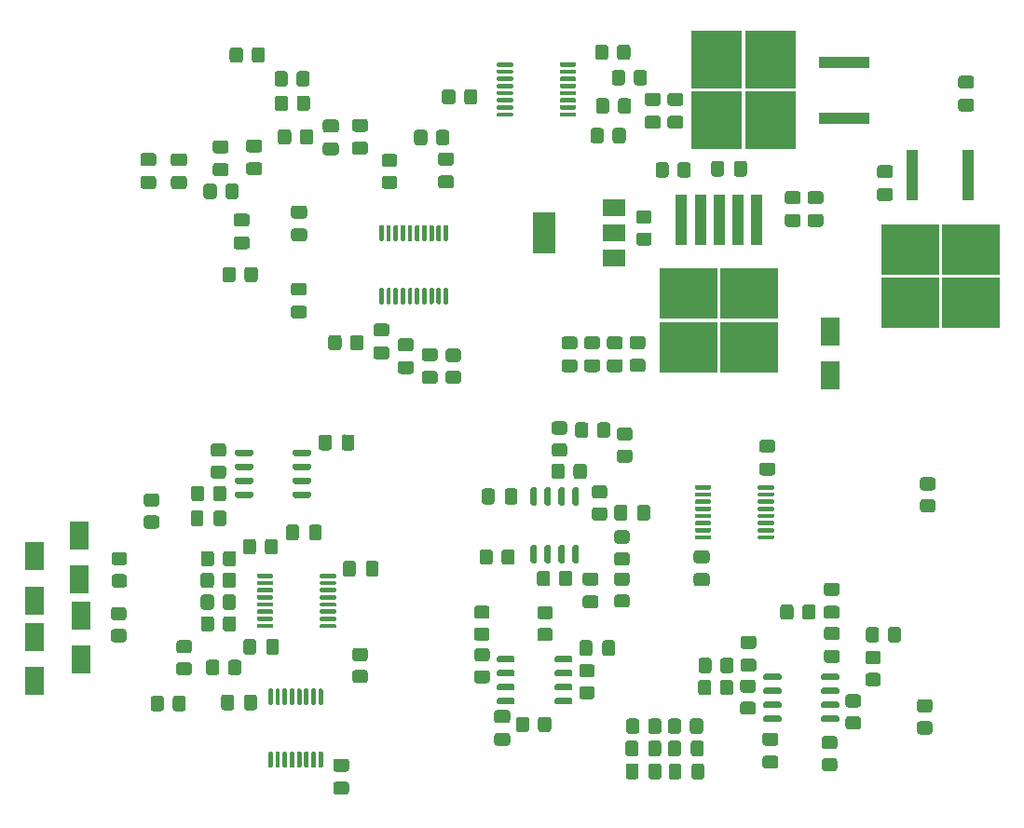
<source format=gbr>
%TF.GenerationSoftware,KiCad,Pcbnew,5.1.8-5.1.8*%
%TF.CreationDate,2022-02-25T22:11:04+08:00*%
%TF.ProjectId,lcr_2,6c63725f-322e-46b6-9963-61645f706362,rev?*%
%TF.SameCoordinates,Original*%
%TF.FileFunction,Paste,Top*%
%TF.FilePolarity,Positive*%
%FSLAX46Y46*%
G04 Gerber Fmt 4.6, Leading zero omitted, Abs format (unit mm)*
G04 Created by KiCad (PCBNEW 5.1.8-5.1.8) date 2022-02-25 22:11:04*
%MOMM*%
%LPD*%
G01*
G04 APERTURE LIST*
%ADD10R,1.800000X2.500000*%
%ADD11R,5.250000X4.550000*%
%ADD12R,1.100000X4.600000*%
%ADD13R,2.000000X1.500000*%
%ADD14R,2.000000X3.800000*%
%ADD15R,4.550000X5.250000*%
%ADD16R,4.600000X1.100000*%
G04 APERTURE END LIST*
D10*
%TO.C,D1*%
X95507000Y-99299000D03*
X95507000Y-103299000D03*
%TD*%
D11*
%TO.C,U13*%
X171011000Y-73278000D03*
X176561000Y-78128000D03*
X176561000Y-73278000D03*
X171011000Y-78128000D03*
D12*
X171246000Y-66553000D03*
X176326000Y-66553000D03*
%TD*%
%TO.C,U12*%
G36*
G01*
X123086000Y-72552000D02*
X122886000Y-72552000D01*
G75*
G02*
X122786000Y-72452000I0J100000D01*
G01*
X122786000Y-71177000D01*
G75*
G02*
X122886000Y-71077000I100000J0D01*
G01*
X123086000Y-71077000D01*
G75*
G02*
X123186000Y-71177000I0J-100000D01*
G01*
X123186000Y-72452000D01*
G75*
G02*
X123086000Y-72552000I-100000J0D01*
G01*
G37*
G36*
G01*
X123736000Y-72552000D02*
X123536000Y-72552000D01*
G75*
G02*
X123436000Y-72452000I0J100000D01*
G01*
X123436000Y-71177000D01*
G75*
G02*
X123536000Y-71077000I100000J0D01*
G01*
X123736000Y-71077000D01*
G75*
G02*
X123836000Y-71177000I0J-100000D01*
G01*
X123836000Y-72452000D01*
G75*
G02*
X123736000Y-72552000I-100000J0D01*
G01*
G37*
G36*
G01*
X124386000Y-72552000D02*
X124186000Y-72552000D01*
G75*
G02*
X124086000Y-72452000I0J100000D01*
G01*
X124086000Y-71177000D01*
G75*
G02*
X124186000Y-71077000I100000J0D01*
G01*
X124386000Y-71077000D01*
G75*
G02*
X124486000Y-71177000I0J-100000D01*
G01*
X124486000Y-72452000D01*
G75*
G02*
X124386000Y-72552000I-100000J0D01*
G01*
G37*
G36*
G01*
X125036000Y-72552000D02*
X124836000Y-72552000D01*
G75*
G02*
X124736000Y-72452000I0J100000D01*
G01*
X124736000Y-71177000D01*
G75*
G02*
X124836000Y-71077000I100000J0D01*
G01*
X125036000Y-71077000D01*
G75*
G02*
X125136000Y-71177000I0J-100000D01*
G01*
X125136000Y-72452000D01*
G75*
G02*
X125036000Y-72552000I-100000J0D01*
G01*
G37*
G36*
G01*
X125686000Y-72552000D02*
X125486000Y-72552000D01*
G75*
G02*
X125386000Y-72452000I0J100000D01*
G01*
X125386000Y-71177000D01*
G75*
G02*
X125486000Y-71077000I100000J0D01*
G01*
X125686000Y-71077000D01*
G75*
G02*
X125786000Y-71177000I0J-100000D01*
G01*
X125786000Y-72452000D01*
G75*
G02*
X125686000Y-72552000I-100000J0D01*
G01*
G37*
G36*
G01*
X126336000Y-72552000D02*
X126136000Y-72552000D01*
G75*
G02*
X126036000Y-72452000I0J100000D01*
G01*
X126036000Y-71177000D01*
G75*
G02*
X126136000Y-71077000I100000J0D01*
G01*
X126336000Y-71077000D01*
G75*
G02*
X126436000Y-71177000I0J-100000D01*
G01*
X126436000Y-72452000D01*
G75*
G02*
X126336000Y-72552000I-100000J0D01*
G01*
G37*
G36*
G01*
X126986000Y-72552000D02*
X126786000Y-72552000D01*
G75*
G02*
X126686000Y-72452000I0J100000D01*
G01*
X126686000Y-71177000D01*
G75*
G02*
X126786000Y-71077000I100000J0D01*
G01*
X126986000Y-71077000D01*
G75*
G02*
X127086000Y-71177000I0J-100000D01*
G01*
X127086000Y-72452000D01*
G75*
G02*
X126986000Y-72552000I-100000J0D01*
G01*
G37*
G36*
G01*
X127636000Y-72552000D02*
X127436000Y-72552000D01*
G75*
G02*
X127336000Y-72452000I0J100000D01*
G01*
X127336000Y-71177000D01*
G75*
G02*
X127436000Y-71077000I100000J0D01*
G01*
X127636000Y-71077000D01*
G75*
G02*
X127736000Y-71177000I0J-100000D01*
G01*
X127736000Y-72452000D01*
G75*
G02*
X127636000Y-72552000I-100000J0D01*
G01*
G37*
G36*
G01*
X128286000Y-72552000D02*
X128086000Y-72552000D01*
G75*
G02*
X127986000Y-72452000I0J100000D01*
G01*
X127986000Y-71177000D01*
G75*
G02*
X128086000Y-71077000I100000J0D01*
G01*
X128286000Y-71077000D01*
G75*
G02*
X128386000Y-71177000I0J-100000D01*
G01*
X128386000Y-72452000D01*
G75*
G02*
X128286000Y-72552000I-100000J0D01*
G01*
G37*
G36*
G01*
X128936000Y-72552000D02*
X128736000Y-72552000D01*
G75*
G02*
X128636000Y-72452000I0J100000D01*
G01*
X128636000Y-71177000D01*
G75*
G02*
X128736000Y-71077000I100000J0D01*
G01*
X128936000Y-71077000D01*
G75*
G02*
X129036000Y-71177000I0J-100000D01*
G01*
X129036000Y-72452000D01*
G75*
G02*
X128936000Y-72552000I-100000J0D01*
G01*
G37*
G36*
G01*
X128936000Y-78277000D02*
X128736000Y-78277000D01*
G75*
G02*
X128636000Y-78177000I0J100000D01*
G01*
X128636000Y-76902000D01*
G75*
G02*
X128736000Y-76802000I100000J0D01*
G01*
X128936000Y-76802000D01*
G75*
G02*
X129036000Y-76902000I0J-100000D01*
G01*
X129036000Y-78177000D01*
G75*
G02*
X128936000Y-78277000I-100000J0D01*
G01*
G37*
G36*
G01*
X128286000Y-78277000D02*
X128086000Y-78277000D01*
G75*
G02*
X127986000Y-78177000I0J100000D01*
G01*
X127986000Y-76902000D01*
G75*
G02*
X128086000Y-76802000I100000J0D01*
G01*
X128286000Y-76802000D01*
G75*
G02*
X128386000Y-76902000I0J-100000D01*
G01*
X128386000Y-78177000D01*
G75*
G02*
X128286000Y-78277000I-100000J0D01*
G01*
G37*
G36*
G01*
X127636000Y-78277000D02*
X127436000Y-78277000D01*
G75*
G02*
X127336000Y-78177000I0J100000D01*
G01*
X127336000Y-76902000D01*
G75*
G02*
X127436000Y-76802000I100000J0D01*
G01*
X127636000Y-76802000D01*
G75*
G02*
X127736000Y-76902000I0J-100000D01*
G01*
X127736000Y-78177000D01*
G75*
G02*
X127636000Y-78277000I-100000J0D01*
G01*
G37*
G36*
G01*
X126986000Y-78277000D02*
X126786000Y-78277000D01*
G75*
G02*
X126686000Y-78177000I0J100000D01*
G01*
X126686000Y-76902000D01*
G75*
G02*
X126786000Y-76802000I100000J0D01*
G01*
X126986000Y-76802000D01*
G75*
G02*
X127086000Y-76902000I0J-100000D01*
G01*
X127086000Y-78177000D01*
G75*
G02*
X126986000Y-78277000I-100000J0D01*
G01*
G37*
G36*
G01*
X126336000Y-78277000D02*
X126136000Y-78277000D01*
G75*
G02*
X126036000Y-78177000I0J100000D01*
G01*
X126036000Y-76902000D01*
G75*
G02*
X126136000Y-76802000I100000J0D01*
G01*
X126336000Y-76802000D01*
G75*
G02*
X126436000Y-76902000I0J-100000D01*
G01*
X126436000Y-78177000D01*
G75*
G02*
X126336000Y-78277000I-100000J0D01*
G01*
G37*
G36*
G01*
X125686000Y-78277000D02*
X125486000Y-78277000D01*
G75*
G02*
X125386000Y-78177000I0J100000D01*
G01*
X125386000Y-76902000D01*
G75*
G02*
X125486000Y-76802000I100000J0D01*
G01*
X125686000Y-76802000D01*
G75*
G02*
X125786000Y-76902000I0J-100000D01*
G01*
X125786000Y-78177000D01*
G75*
G02*
X125686000Y-78277000I-100000J0D01*
G01*
G37*
G36*
G01*
X125036000Y-78277000D02*
X124836000Y-78277000D01*
G75*
G02*
X124736000Y-78177000I0J100000D01*
G01*
X124736000Y-76902000D01*
G75*
G02*
X124836000Y-76802000I100000J0D01*
G01*
X125036000Y-76802000D01*
G75*
G02*
X125136000Y-76902000I0J-100000D01*
G01*
X125136000Y-78177000D01*
G75*
G02*
X125036000Y-78277000I-100000J0D01*
G01*
G37*
G36*
G01*
X124386000Y-78277000D02*
X124186000Y-78277000D01*
G75*
G02*
X124086000Y-78177000I0J100000D01*
G01*
X124086000Y-76902000D01*
G75*
G02*
X124186000Y-76802000I100000J0D01*
G01*
X124386000Y-76802000D01*
G75*
G02*
X124486000Y-76902000I0J-100000D01*
G01*
X124486000Y-78177000D01*
G75*
G02*
X124386000Y-78277000I-100000J0D01*
G01*
G37*
G36*
G01*
X123736000Y-78277000D02*
X123536000Y-78277000D01*
G75*
G02*
X123436000Y-78177000I0J100000D01*
G01*
X123436000Y-76902000D01*
G75*
G02*
X123536000Y-76802000I100000J0D01*
G01*
X123736000Y-76802000D01*
G75*
G02*
X123836000Y-76902000I0J-100000D01*
G01*
X123836000Y-78177000D01*
G75*
G02*
X123736000Y-78277000I-100000J0D01*
G01*
G37*
G36*
G01*
X123086000Y-78277000D02*
X122886000Y-78277000D01*
G75*
G02*
X122786000Y-78177000I0J100000D01*
G01*
X122786000Y-76902000D01*
G75*
G02*
X122886000Y-76802000I100000J0D01*
G01*
X123086000Y-76802000D01*
G75*
G02*
X123186000Y-76902000I0J-100000D01*
G01*
X123186000Y-78177000D01*
G75*
G02*
X123086000Y-78277000I-100000J0D01*
G01*
G37*
%TD*%
%TO.C,U11*%
G36*
G01*
X139190000Y-56587000D02*
X139190000Y-56387000D01*
G75*
G02*
X139290000Y-56287000I100000J0D01*
G01*
X140565000Y-56287000D01*
G75*
G02*
X140665000Y-56387000I0J-100000D01*
G01*
X140665000Y-56587000D01*
G75*
G02*
X140565000Y-56687000I-100000J0D01*
G01*
X139290000Y-56687000D01*
G75*
G02*
X139190000Y-56587000I0J100000D01*
G01*
G37*
G36*
G01*
X139190000Y-57237000D02*
X139190000Y-57037000D01*
G75*
G02*
X139290000Y-56937000I100000J0D01*
G01*
X140565000Y-56937000D01*
G75*
G02*
X140665000Y-57037000I0J-100000D01*
G01*
X140665000Y-57237000D01*
G75*
G02*
X140565000Y-57337000I-100000J0D01*
G01*
X139290000Y-57337000D01*
G75*
G02*
X139190000Y-57237000I0J100000D01*
G01*
G37*
G36*
G01*
X139190000Y-57887000D02*
X139190000Y-57687000D01*
G75*
G02*
X139290000Y-57587000I100000J0D01*
G01*
X140565000Y-57587000D01*
G75*
G02*
X140665000Y-57687000I0J-100000D01*
G01*
X140665000Y-57887000D01*
G75*
G02*
X140565000Y-57987000I-100000J0D01*
G01*
X139290000Y-57987000D01*
G75*
G02*
X139190000Y-57887000I0J100000D01*
G01*
G37*
G36*
G01*
X139190000Y-58537000D02*
X139190000Y-58337000D01*
G75*
G02*
X139290000Y-58237000I100000J0D01*
G01*
X140565000Y-58237000D01*
G75*
G02*
X140665000Y-58337000I0J-100000D01*
G01*
X140665000Y-58537000D01*
G75*
G02*
X140565000Y-58637000I-100000J0D01*
G01*
X139290000Y-58637000D01*
G75*
G02*
X139190000Y-58537000I0J100000D01*
G01*
G37*
G36*
G01*
X139190000Y-59187000D02*
X139190000Y-58987000D01*
G75*
G02*
X139290000Y-58887000I100000J0D01*
G01*
X140565000Y-58887000D01*
G75*
G02*
X140665000Y-58987000I0J-100000D01*
G01*
X140665000Y-59187000D01*
G75*
G02*
X140565000Y-59287000I-100000J0D01*
G01*
X139290000Y-59287000D01*
G75*
G02*
X139190000Y-59187000I0J100000D01*
G01*
G37*
G36*
G01*
X139190000Y-59837000D02*
X139190000Y-59637000D01*
G75*
G02*
X139290000Y-59537000I100000J0D01*
G01*
X140565000Y-59537000D01*
G75*
G02*
X140665000Y-59637000I0J-100000D01*
G01*
X140665000Y-59837000D01*
G75*
G02*
X140565000Y-59937000I-100000J0D01*
G01*
X139290000Y-59937000D01*
G75*
G02*
X139190000Y-59837000I0J100000D01*
G01*
G37*
G36*
G01*
X139190000Y-60487000D02*
X139190000Y-60287000D01*
G75*
G02*
X139290000Y-60187000I100000J0D01*
G01*
X140565000Y-60187000D01*
G75*
G02*
X140665000Y-60287000I0J-100000D01*
G01*
X140665000Y-60487000D01*
G75*
G02*
X140565000Y-60587000I-100000J0D01*
G01*
X139290000Y-60587000D01*
G75*
G02*
X139190000Y-60487000I0J100000D01*
G01*
G37*
G36*
G01*
X139190000Y-61137000D02*
X139190000Y-60937000D01*
G75*
G02*
X139290000Y-60837000I100000J0D01*
G01*
X140565000Y-60837000D01*
G75*
G02*
X140665000Y-60937000I0J-100000D01*
G01*
X140665000Y-61137000D01*
G75*
G02*
X140565000Y-61237000I-100000J0D01*
G01*
X139290000Y-61237000D01*
G75*
G02*
X139190000Y-61137000I0J100000D01*
G01*
G37*
G36*
G01*
X133465000Y-61137000D02*
X133465000Y-60937000D01*
G75*
G02*
X133565000Y-60837000I100000J0D01*
G01*
X134840000Y-60837000D01*
G75*
G02*
X134940000Y-60937000I0J-100000D01*
G01*
X134940000Y-61137000D01*
G75*
G02*
X134840000Y-61237000I-100000J0D01*
G01*
X133565000Y-61237000D01*
G75*
G02*
X133465000Y-61137000I0J100000D01*
G01*
G37*
G36*
G01*
X133465000Y-60487000D02*
X133465000Y-60287000D01*
G75*
G02*
X133565000Y-60187000I100000J0D01*
G01*
X134840000Y-60187000D01*
G75*
G02*
X134940000Y-60287000I0J-100000D01*
G01*
X134940000Y-60487000D01*
G75*
G02*
X134840000Y-60587000I-100000J0D01*
G01*
X133565000Y-60587000D01*
G75*
G02*
X133465000Y-60487000I0J100000D01*
G01*
G37*
G36*
G01*
X133465000Y-59837000D02*
X133465000Y-59637000D01*
G75*
G02*
X133565000Y-59537000I100000J0D01*
G01*
X134840000Y-59537000D01*
G75*
G02*
X134940000Y-59637000I0J-100000D01*
G01*
X134940000Y-59837000D01*
G75*
G02*
X134840000Y-59937000I-100000J0D01*
G01*
X133565000Y-59937000D01*
G75*
G02*
X133465000Y-59837000I0J100000D01*
G01*
G37*
G36*
G01*
X133465000Y-59187000D02*
X133465000Y-58987000D01*
G75*
G02*
X133565000Y-58887000I100000J0D01*
G01*
X134840000Y-58887000D01*
G75*
G02*
X134940000Y-58987000I0J-100000D01*
G01*
X134940000Y-59187000D01*
G75*
G02*
X134840000Y-59287000I-100000J0D01*
G01*
X133565000Y-59287000D01*
G75*
G02*
X133465000Y-59187000I0J100000D01*
G01*
G37*
G36*
G01*
X133465000Y-58537000D02*
X133465000Y-58337000D01*
G75*
G02*
X133565000Y-58237000I100000J0D01*
G01*
X134840000Y-58237000D01*
G75*
G02*
X134940000Y-58337000I0J-100000D01*
G01*
X134940000Y-58537000D01*
G75*
G02*
X134840000Y-58637000I-100000J0D01*
G01*
X133565000Y-58637000D01*
G75*
G02*
X133465000Y-58537000I0J100000D01*
G01*
G37*
G36*
G01*
X133465000Y-57887000D02*
X133465000Y-57687000D01*
G75*
G02*
X133565000Y-57587000I100000J0D01*
G01*
X134840000Y-57587000D01*
G75*
G02*
X134940000Y-57687000I0J-100000D01*
G01*
X134940000Y-57887000D01*
G75*
G02*
X134840000Y-57987000I-100000J0D01*
G01*
X133565000Y-57987000D01*
G75*
G02*
X133465000Y-57887000I0J100000D01*
G01*
G37*
G36*
G01*
X133465000Y-57237000D02*
X133465000Y-57037000D01*
G75*
G02*
X133565000Y-56937000I100000J0D01*
G01*
X134840000Y-56937000D01*
G75*
G02*
X134940000Y-57037000I0J-100000D01*
G01*
X134940000Y-57237000D01*
G75*
G02*
X134840000Y-57337000I-100000J0D01*
G01*
X133565000Y-57337000D01*
G75*
G02*
X133465000Y-57237000I0J100000D01*
G01*
G37*
G36*
G01*
X133465000Y-56587000D02*
X133465000Y-56387000D01*
G75*
G02*
X133565000Y-56287000I100000J0D01*
G01*
X134840000Y-56287000D01*
G75*
G02*
X134940000Y-56387000I0J-100000D01*
G01*
X134940000Y-56587000D01*
G75*
G02*
X134840000Y-56687000I-100000J0D01*
G01*
X133565000Y-56687000D01*
G75*
G02*
X133465000Y-56587000I0J100000D01*
G01*
G37*
%TD*%
%TO.C,U10*%
G36*
G01*
X159330000Y-115807000D02*
X159330000Y-116107000D01*
G75*
G02*
X159180000Y-116257000I-150000J0D01*
G01*
X157830000Y-116257000D01*
G75*
G02*
X157680000Y-116107000I0J150000D01*
G01*
X157680000Y-115807000D01*
G75*
G02*
X157830000Y-115657000I150000J0D01*
G01*
X159180000Y-115657000D01*
G75*
G02*
X159330000Y-115807000I0J-150000D01*
G01*
G37*
G36*
G01*
X159330000Y-114537000D02*
X159330000Y-114837000D01*
G75*
G02*
X159180000Y-114987000I-150000J0D01*
G01*
X157830000Y-114987000D01*
G75*
G02*
X157680000Y-114837000I0J150000D01*
G01*
X157680000Y-114537000D01*
G75*
G02*
X157830000Y-114387000I150000J0D01*
G01*
X159180000Y-114387000D01*
G75*
G02*
X159330000Y-114537000I0J-150000D01*
G01*
G37*
G36*
G01*
X159330000Y-113267000D02*
X159330000Y-113567000D01*
G75*
G02*
X159180000Y-113717000I-150000J0D01*
G01*
X157830000Y-113717000D01*
G75*
G02*
X157680000Y-113567000I0J150000D01*
G01*
X157680000Y-113267000D01*
G75*
G02*
X157830000Y-113117000I150000J0D01*
G01*
X159180000Y-113117000D01*
G75*
G02*
X159330000Y-113267000I0J-150000D01*
G01*
G37*
G36*
G01*
X159330000Y-111997000D02*
X159330000Y-112297000D01*
G75*
G02*
X159180000Y-112447000I-150000J0D01*
G01*
X157830000Y-112447000D01*
G75*
G02*
X157680000Y-112297000I0J150000D01*
G01*
X157680000Y-111997000D01*
G75*
G02*
X157830000Y-111847000I150000J0D01*
G01*
X159180000Y-111847000D01*
G75*
G02*
X159330000Y-111997000I0J-150000D01*
G01*
G37*
G36*
G01*
X164580000Y-111997000D02*
X164580000Y-112297000D01*
G75*
G02*
X164430000Y-112447000I-150000J0D01*
G01*
X163080000Y-112447000D01*
G75*
G02*
X162930000Y-112297000I0J150000D01*
G01*
X162930000Y-111997000D01*
G75*
G02*
X163080000Y-111847000I150000J0D01*
G01*
X164430000Y-111847000D01*
G75*
G02*
X164580000Y-111997000I0J-150000D01*
G01*
G37*
G36*
G01*
X164580000Y-113267000D02*
X164580000Y-113567000D01*
G75*
G02*
X164430000Y-113717000I-150000J0D01*
G01*
X163080000Y-113717000D01*
G75*
G02*
X162930000Y-113567000I0J150000D01*
G01*
X162930000Y-113267000D01*
G75*
G02*
X163080000Y-113117000I150000J0D01*
G01*
X164430000Y-113117000D01*
G75*
G02*
X164580000Y-113267000I0J-150000D01*
G01*
G37*
G36*
G01*
X164580000Y-114537000D02*
X164580000Y-114837000D01*
G75*
G02*
X164430000Y-114987000I-150000J0D01*
G01*
X163080000Y-114987000D01*
G75*
G02*
X162930000Y-114837000I0J150000D01*
G01*
X162930000Y-114537000D01*
G75*
G02*
X163080000Y-114387000I150000J0D01*
G01*
X164430000Y-114387000D01*
G75*
G02*
X164580000Y-114537000I0J-150000D01*
G01*
G37*
G36*
G01*
X164580000Y-115807000D02*
X164580000Y-116107000D01*
G75*
G02*
X164430000Y-116257000I-150000J0D01*
G01*
X163080000Y-116257000D01*
G75*
G02*
X162930000Y-116107000I0J150000D01*
G01*
X162930000Y-115807000D01*
G75*
G02*
X163080000Y-115657000I150000J0D01*
G01*
X164430000Y-115657000D01*
G75*
G02*
X164580000Y-115807000I0J-150000D01*
G01*
G37*
%TD*%
%TO.C,U9*%
G36*
G01*
X157184000Y-95019000D02*
X157184000Y-94819000D01*
G75*
G02*
X157284000Y-94719000I100000J0D01*
G01*
X158559000Y-94719000D01*
G75*
G02*
X158659000Y-94819000I0J-100000D01*
G01*
X158659000Y-95019000D01*
G75*
G02*
X158559000Y-95119000I-100000J0D01*
G01*
X157284000Y-95119000D01*
G75*
G02*
X157184000Y-95019000I0J100000D01*
G01*
G37*
G36*
G01*
X157184000Y-95669000D02*
X157184000Y-95469000D01*
G75*
G02*
X157284000Y-95369000I100000J0D01*
G01*
X158559000Y-95369000D01*
G75*
G02*
X158659000Y-95469000I0J-100000D01*
G01*
X158659000Y-95669000D01*
G75*
G02*
X158559000Y-95769000I-100000J0D01*
G01*
X157284000Y-95769000D01*
G75*
G02*
X157184000Y-95669000I0J100000D01*
G01*
G37*
G36*
G01*
X157184000Y-96319000D02*
X157184000Y-96119000D01*
G75*
G02*
X157284000Y-96019000I100000J0D01*
G01*
X158559000Y-96019000D01*
G75*
G02*
X158659000Y-96119000I0J-100000D01*
G01*
X158659000Y-96319000D01*
G75*
G02*
X158559000Y-96419000I-100000J0D01*
G01*
X157284000Y-96419000D01*
G75*
G02*
X157184000Y-96319000I0J100000D01*
G01*
G37*
G36*
G01*
X157184000Y-96969000D02*
X157184000Y-96769000D01*
G75*
G02*
X157284000Y-96669000I100000J0D01*
G01*
X158559000Y-96669000D01*
G75*
G02*
X158659000Y-96769000I0J-100000D01*
G01*
X158659000Y-96969000D01*
G75*
G02*
X158559000Y-97069000I-100000J0D01*
G01*
X157284000Y-97069000D01*
G75*
G02*
X157184000Y-96969000I0J100000D01*
G01*
G37*
G36*
G01*
X157184000Y-97619000D02*
X157184000Y-97419000D01*
G75*
G02*
X157284000Y-97319000I100000J0D01*
G01*
X158559000Y-97319000D01*
G75*
G02*
X158659000Y-97419000I0J-100000D01*
G01*
X158659000Y-97619000D01*
G75*
G02*
X158559000Y-97719000I-100000J0D01*
G01*
X157284000Y-97719000D01*
G75*
G02*
X157184000Y-97619000I0J100000D01*
G01*
G37*
G36*
G01*
X157184000Y-98269000D02*
X157184000Y-98069000D01*
G75*
G02*
X157284000Y-97969000I100000J0D01*
G01*
X158559000Y-97969000D01*
G75*
G02*
X158659000Y-98069000I0J-100000D01*
G01*
X158659000Y-98269000D01*
G75*
G02*
X158559000Y-98369000I-100000J0D01*
G01*
X157284000Y-98369000D01*
G75*
G02*
X157184000Y-98269000I0J100000D01*
G01*
G37*
G36*
G01*
X157184000Y-98919000D02*
X157184000Y-98719000D01*
G75*
G02*
X157284000Y-98619000I100000J0D01*
G01*
X158559000Y-98619000D01*
G75*
G02*
X158659000Y-98719000I0J-100000D01*
G01*
X158659000Y-98919000D01*
G75*
G02*
X158559000Y-99019000I-100000J0D01*
G01*
X157284000Y-99019000D01*
G75*
G02*
X157184000Y-98919000I0J100000D01*
G01*
G37*
G36*
G01*
X157184000Y-99569000D02*
X157184000Y-99369000D01*
G75*
G02*
X157284000Y-99269000I100000J0D01*
G01*
X158559000Y-99269000D01*
G75*
G02*
X158659000Y-99369000I0J-100000D01*
G01*
X158659000Y-99569000D01*
G75*
G02*
X158559000Y-99669000I-100000J0D01*
G01*
X157284000Y-99669000D01*
G75*
G02*
X157184000Y-99569000I0J100000D01*
G01*
G37*
G36*
G01*
X151459000Y-99569000D02*
X151459000Y-99369000D01*
G75*
G02*
X151559000Y-99269000I100000J0D01*
G01*
X152834000Y-99269000D01*
G75*
G02*
X152934000Y-99369000I0J-100000D01*
G01*
X152934000Y-99569000D01*
G75*
G02*
X152834000Y-99669000I-100000J0D01*
G01*
X151559000Y-99669000D01*
G75*
G02*
X151459000Y-99569000I0J100000D01*
G01*
G37*
G36*
G01*
X151459000Y-98919000D02*
X151459000Y-98719000D01*
G75*
G02*
X151559000Y-98619000I100000J0D01*
G01*
X152834000Y-98619000D01*
G75*
G02*
X152934000Y-98719000I0J-100000D01*
G01*
X152934000Y-98919000D01*
G75*
G02*
X152834000Y-99019000I-100000J0D01*
G01*
X151559000Y-99019000D01*
G75*
G02*
X151459000Y-98919000I0J100000D01*
G01*
G37*
G36*
G01*
X151459000Y-98269000D02*
X151459000Y-98069000D01*
G75*
G02*
X151559000Y-97969000I100000J0D01*
G01*
X152834000Y-97969000D01*
G75*
G02*
X152934000Y-98069000I0J-100000D01*
G01*
X152934000Y-98269000D01*
G75*
G02*
X152834000Y-98369000I-100000J0D01*
G01*
X151559000Y-98369000D01*
G75*
G02*
X151459000Y-98269000I0J100000D01*
G01*
G37*
G36*
G01*
X151459000Y-97619000D02*
X151459000Y-97419000D01*
G75*
G02*
X151559000Y-97319000I100000J0D01*
G01*
X152834000Y-97319000D01*
G75*
G02*
X152934000Y-97419000I0J-100000D01*
G01*
X152934000Y-97619000D01*
G75*
G02*
X152834000Y-97719000I-100000J0D01*
G01*
X151559000Y-97719000D01*
G75*
G02*
X151459000Y-97619000I0J100000D01*
G01*
G37*
G36*
G01*
X151459000Y-96969000D02*
X151459000Y-96769000D01*
G75*
G02*
X151559000Y-96669000I100000J0D01*
G01*
X152834000Y-96669000D01*
G75*
G02*
X152934000Y-96769000I0J-100000D01*
G01*
X152934000Y-96969000D01*
G75*
G02*
X152834000Y-97069000I-100000J0D01*
G01*
X151559000Y-97069000D01*
G75*
G02*
X151459000Y-96969000I0J100000D01*
G01*
G37*
G36*
G01*
X151459000Y-96319000D02*
X151459000Y-96119000D01*
G75*
G02*
X151559000Y-96019000I100000J0D01*
G01*
X152834000Y-96019000D01*
G75*
G02*
X152934000Y-96119000I0J-100000D01*
G01*
X152934000Y-96319000D01*
G75*
G02*
X152834000Y-96419000I-100000J0D01*
G01*
X151559000Y-96419000D01*
G75*
G02*
X151459000Y-96319000I0J100000D01*
G01*
G37*
G36*
G01*
X151459000Y-95669000D02*
X151459000Y-95469000D01*
G75*
G02*
X151559000Y-95369000I100000J0D01*
G01*
X152834000Y-95369000D01*
G75*
G02*
X152934000Y-95469000I0J-100000D01*
G01*
X152934000Y-95669000D01*
G75*
G02*
X152834000Y-95769000I-100000J0D01*
G01*
X151559000Y-95769000D01*
G75*
G02*
X151459000Y-95669000I0J100000D01*
G01*
G37*
G36*
G01*
X151459000Y-95019000D02*
X151459000Y-94819000D01*
G75*
G02*
X151559000Y-94719000I100000J0D01*
G01*
X152834000Y-94719000D01*
G75*
G02*
X152934000Y-94819000I0J-100000D01*
G01*
X152934000Y-95019000D01*
G75*
G02*
X152834000Y-95119000I-100000J0D01*
G01*
X151559000Y-95119000D01*
G75*
G02*
X151459000Y-95019000I0J100000D01*
G01*
G37*
%TD*%
D13*
%TO.C,U8*%
X144097000Y-74113000D03*
X144097000Y-69513000D03*
X144097000Y-71813000D03*
D14*
X137797000Y-71813000D03*
%TD*%
%TO.C,U7*%
G36*
G01*
X140475000Y-100192000D02*
X140775000Y-100192000D01*
G75*
G02*
X140925000Y-100342000I0J-150000D01*
G01*
X140925000Y-101692000D01*
G75*
G02*
X140775000Y-101842000I-150000J0D01*
G01*
X140475000Y-101842000D01*
G75*
G02*
X140325000Y-101692000I0J150000D01*
G01*
X140325000Y-100342000D01*
G75*
G02*
X140475000Y-100192000I150000J0D01*
G01*
G37*
G36*
G01*
X139205000Y-100192000D02*
X139505000Y-100192000D01*
G75*
G02*
X139655000Y-100342000I0J-150000D01*
G01*
X139655000Y-101692000D01*
G75*
G02*
X139505000Y-101842000I-150000J0D01*
G01*
X139205000Y-101842000D01*
G75*
G02*
X139055000Y-101692000I0J150000D01*
G01*
X139055000Y-100342000D01*
G75*
G02*
X139205000Y-100192000I150000J0D01*
G01*
G37*
G36*
G01*
X137935000Y-100192000D02*
X138235000Y-100192000D01*
G75*
G02*
X138385000Y-100342000I0J-150000D01*
G01*
X138385000Y-101692000D01*
G75*
G02*
X138235000Y-101842000I-150000J0D01*
G01*
X137935000Y-101842000D01*
G75*
G02*
X137785000Y-101692000I0J150000D01*
G01*
X137785000Y-100342000D01*
G75*
G02*
X137935000Y-100192000I150000J0D01*
G01*
G37*
G36*
G01*
X136665000Y-100192000D02*
X136965000Y-100192000D01*
G75*
G02*
X137115000Y-100342000I0J-150000D01*
G01*
X137115000Y-101692000D01*
G75*
G02*
X136965000Y-101842000I-150000J0D01*
G01*
X136665000Y-101842000D01*
G75*
G02*
X136515000Y-101692000I0J150000D01*
G01*
X136515000Y-100342000D01*
G75*
G02*
X136665000Y-100192000I150000J0D01*
G01*
G37*
G36*
G01*
X136665000Y-94942000D02*
X136965000Y-94942000D01*
G75*
G02*
X137115000Y-95092000I0J-150000D01*
G01*
X137115000Y-96442000D01*
G75*
G02*
X136965000Y-96592000I-150000J0D01*
G01*
X136665000Y-96592000D01*
G75*
G02*
X136515000Y-96442000I0J150000D01*
G01*
X136515000Y-95092000D01*
G75*
G02*
X136665000Y-94942000I150000J0D01*
G01*
G37*
G36*
G01*
X137935000Y-94942000D02*
X138235000Y-94942000D01*
G75*
G02*
X138385000Y-95092000I0J-150000D01*
G01*
X138385000Y-96442000D01*
G75*
G02*
X138235000Y-96592000I-150000J0D01*
G01*
X137935000Y-96592000D01*
G75*
G02*
X137785000Y-96442000I0J150000D01*
G01*
X137785000Y-95092000D01*
G75*
G02*
X137935000Y-94942000I150000J0D01*
G01*
G37*
G36*
G01*
X139205000Y-94942000D02*
X139505000Y-94942000D01*
G75*
G02*
X139655000Y-95092000I0J-150000D01*
G01*
X139655000Y-96442000D01*
G75*
G02*
X139505000Y-96592000I-150000J0D01*
G01*
X139205000Y-96592000D01*
G75*
G02*
X139055000Y-96442000I0J150000D01*
G01*
X139055000Y-95092000D01*
G75*
G02*
X139205000Y-94942000I150000J0D01*
G01*
G37*
G36*
G01*
X140475000Y-94942000D02*
X140775000Y-94942000D01*
G75*
G02*
X140925000Y-95092000I0J-150000D01*
G01*
X140925000Y-96442000D01*
G75*
G02*
X140775000Y-96592000I-150000J0D01*
G01*
X140475000Y-96592000D01*
G75*
G02*
X140325000Y-96442000I0J150000D01*
G01*
X140325000Y-95092000D01*
G75*
G02*
X140475000Y-94942000I150000J0D01*
G01*
G37*
%TD*%
D15*
%TO.C,U6*%
X158319000Y-56036000D03*
X153469000Y-61586000D03*
X158319000Y-61586000D03*
X153469000Y-56036000D03*
D16*
X165044000Y-56271000D03*
X165044000Y-61351000D03*
%TD*%
D11*
%TO.C,U5*%
X150876000Y-77325000D03*
X156426000Y-82175000D03*
X156426000Y-77325000D03*
X150876000Y-82175000D03*
D12*
X150251000Y-70600000D03*
X151951000Y-70600000D03*
X153651000Y-70600000D03*
X155351000Y-70600000D03*
X157051000Y-70600000D03*
%TD*%
%TO.C,U4*%
G36*
G01*
X138694028Y-110711348D02*
X138694028Y-110411348D01*
G75*
G02*
X138844028Y-110261348I150000J0D01*
G01*
X140194028Y-110261348D01*
G75*
G02*
X140344028Y-110411348I0J-150000D01*
G01*
X140344028Y-110711348D01*
G75*
G02*
X140194028Y-110861348I-150000J0D01*
G01*
X138844028Y-110861348D01*
G75*
G02*
X138694028Y-110711348I0J150000D01*
G01*
G37*
G36*
G01*
X138694028Y-111981348D02*
X138694028Y-111681348D01*
G75*
G02*
X138844028Y-111531348I150000J0D01*
G01*
X140194028Y-111531348D01*
G75*
G02*
X140344028Y-111681348I0J-150000D01*
G01*
X140344028Y-111981348D01*
G75*
G02*
X140194028Y-112131348I-150000J0D01*
G01*
X138844028Y-112131348D01*
G75*
G02*
X138694028Y-111981348I0J150000D01*
G01*
G37*
G36*
G01*
X138694028Y-113251348D02*
X138694028Y-112951348D01*
G75*
G02*
X138844028Y-112801348I150000J0D01*
G01*
X140194028Y-112801348D01*
G75*
G02*
X140344028Y-112951348I0J-150000D01*
G01*
X140344028Y-113251348D01*
G75*
G02*
X140194028Y-113401348I-150000J0D01*
G01*
X138844028Y-113401348D01*
G75*
G02*
X138694028Y-113251348I0J150000D01*
G01*
G37*
G36*
G01*
X138694028Y-114521348D02*
X138694028Y-114221348D01*
G75*
G02*
X138844028Y-114071348I150000J0D01*
G01*
X140194028Y-114071348D01*
G75*
G02*
X140344028Y-114221348I0J-150000D01*
G01*
X140344028Y-114521348D01*
G75*
G02*
X140194028Y-114671348I-150000J0D01*
G01*
X138844028Y-114671348D01*
G75*
G02*
X138694028Y-114521348I0J150000D01*
G01*
G37*
G36*
G01*
X133444028Y-114521348D02*
X133444028Y-114221348D01*
G75*
G02*
X133594028Y-114071348I150000J0D01*
G01*
X134944028Y-114071348D01*
G75*
G02*
X135094028Y-114221348I0J-150000D01*
G01*
X135094028Y-114521348D01*
G75*
G02*
X134944028Y-114671348I-150000J0D01*
G01*
X133594028Y-114671348D01*
G75*
G02*
X133444028Y-114521348I0J150000D01*
G01*
G37*
G36*
G01*
X133444028Y-113251348D02*
X133444028Y-112951348D01*
G75*
G02*
X133594028Y-112801348I150000J0D01*
G01*
X134944028Y-112801348D01*
G75*
G02*
X135094028Y-112951348I0J-150000D01*
G01*
X135094028Y-113251348D01*
G75*
G02*
X134944028Y-113401348I-150000J0D01*
G01*
X133594028Y-113401348D01*
G75*
G02*
X133444028Y-113251348I0J150000D01*
G01*
G37*
G36*
G01*
X133444028Y-111981348D02*
X133444028Y-111681348D01*
G75*
G02*
X133594028Y-111531348I150000J0D01*
G01*
X134944028Y-111531348D01*
G75*
G02*
X135094028Y-111681348I0J-150000D01*
G01*
X135094028Y-111981348D01*
G75*
G02*
X134944028Y-112131348I-150000J0D01*
G01*
X133594028Y-112131348D01*
G75*
G02*
X133444028Y-111981348I0J150000D01*
G01*
G37*
G36*
G01*
X133444028Y-110711348D02*
X133444028Y-110411348D01*
G75*
G02*
X133594028Y-110261348I150000J0D01*
G01*
X134944028Y-110261348D01*
G75*
G02*
X135094028Y-110411348I0J-150000D01*
G01*
X135094028Y-110711348D01*
G75*
G02*
X134944028Y-110861348I-150000J0D01*
G01*
X133594028Y-110861348D01*
G75*
G02*
X133444028Y-110711348I0J150000D01*
G01*
G37*
%TD*%
%TO.C,U3*%
G36*
G01*
X117387000Y-103079000D02*
X117387000Y-102879000D01*
G75*
G02*
X117487000Y-102779000I100000J0D01*
G01*
X118762000Y-102779000D01*
G75*
G02*
X118862000Y-102879000I0J-100000D01*
G01*
X118862000Y-103079000D01*
G75*
G02*
X118762000Y-103179000I-100000J0D01*
G01*
X117487000Y-103179000D01*
G75*
G02*
X117387000Y-103079000I0J100000D01*
G01*
G37*
G36*
G01*
X117387000Y-103729000D02*
X117387000Y-103529000D01*
G75*
G02*
X117487000Y-103429000I100000J0D01*
G01*
X118762000Y-103429000D01*
G75*
G02*
X118862000Y-103529000I0J-100000D01*
G01*
X118862000Y-103729000D01*
G75*
G02*
X118762000Y-103829000I-100000J0D01*
G01*
X117487000Y-103829000D01*
G75*
G02*
X117387000Y-103729000I0J100000D01*
G01*
G37*
G36*
G01*
X117387000Y-104379000D02*
X117387000Y-104179000D01*
G75*
G02*
X117487000Y-104079000I100000J0D01*
G01*
X118762000Y-104079000D01*
G75*
G02*
X118862000Y-104179000I0J-100000D01*
G01*
X118862000Y-104379000D01*
G75*
G02*
X118762000Y-104479000I-100000J0D01*
G01*
X117487000Y-104479000D01*
G75*
G02*
X117387000Y-104379000I0J100000D01*
G01*
G37*
G36*
G01*
X117387000Y-105029000D02*
X117387000Y-104829000D01*
G75*
G02*
X117487000Y-104729000I100000J0D01*
G01*
X118762000Y-104729000D01*
G75*
G02*
X118862000Y-104829000I0J-100000D01*
G01*
X118862000Y-105029000D01*
G75*
G02*
X118762000Y-105129000I-100000J0D01*
G01*
X117487000Y-105129000D01*
G75*
G02*
X117387000Y-105029000I0J100000D01*
G01*
G37*
G36*
G01*
X117387000Y-105679000D02*
X117387000Y-105479000D01*
G75*
G02*
X117487000Y-105379000I100000J0D01*
G01*
X118762000Y-105379000D01*
G75*
G02*
X118862000Y-105479000I0J-100000D01*
G01*
X118862000Y-105679000D01*
G75*
G02*
X118762000Y-105779000I-100000J0D01*
G01*
X117487000Y-105779000D01*
G75*
G02*
X117387000Y-105679000I0J100000D01*
G01*
G37*
G36*
G01*
X117387000Y-106329000D02*
X117387000Y-106129000D01*
G75*
G02*
X117487000Y-106029000I100000J0D01*
G01*
X118762000Y-106029000D01*
G75*
G02*
X118862000Y-106129000I0J-100000D01*
G01*
X118862000Y-106329000D01*
G75*
G02*
X118762000Y-106429000I-100000J0D01*
G01*
X117487000Y-106429000D01*
G75*
G02*
X117387000Y-106329000I0J100000D01*
G01*
G37*
G36*
G01*
X117387000Y-106979000D02*
X117387000Y-106779000D01*
G75*
G02*
X117487000Y-106679000I100000J0D01*
G01*
X118762000Y-106679000D01*
G75*
G02*
X118862000Y-106779000I0J-100000D01*
G01*
X118862000Y-106979000D01*
G75*
G02*
X118762000Y-107079000I-100000J0D01*
G01*
X117487000Y-107079000D01*
G75*
G02*
X117387000Y-106979000I0J100000D01*
G01*
G37*
G36*
G01*
X117387000Y-107629000D02*
X117387000Y-107429000D01*
G75*
G02*
X117487000Y-107329000I100000J0D01*
G01*
X118762000Y-107329000D01*
G75*
G02*
X118862000Y-107429000I0J-100000D01*
G01*
X118862000Y-107629000D01*
G75*
G02*
X118762000Y-107729000I-100000J0D01*
G01*
X117487000Y-107729000D01*
G75*
G02*
X117387000Y-107629000I0J100000D01*
G01*
G37*
G36*
G01*
X111662000Y-107629000D02*
X111662000Y-107429000D01*
G75*
G02*
X111762000Y-107329000I100000J0D01*
G01*
X113037000Y-107329000D01*
G75*
G02*
X113137000Y-107429000I0J-100000D01*
G01*
X113137000Y-107629000D01*
G75*
G02*
X113037000Y-107729000I-100000J0D01*
G01*
X111762000Y-107729000D01*
G75*
G02*
X111662000Y-107629000I0J100000D01*
G01*
G37*
G36*
G01*
X111662000Y-106979000D02*
X111662000Y-106779000D01*
G75*
G02*
X111762000Y-106679000I100000J0D01*
G01*
X113037000Y-106679000D01*
G75*
G02*
X113137000Y-106779000I0J-100000D01*
G01*
X113137000Y-106979000D01*
G75*
G02*
X113037000Y-107079000I-100000J0D01*
G01*
X111762000Y-107079000D01*
G75*
G02*
X111662000Y-106979000I0J100000D01*
G01*
G37*
G36*
G01*
X111662000Y-106329000D02*
X111662000Y-106129000D01*
G75*
G02*
X111762000Y-106029000I100000J0D01*
G01*
X113037000Y-106029000D01*
G75*
G02*
X113137000Y-106129000I0J-100000D01*
G01*
X113137000Y-106329000D01*
G75*
G02*
X113037000Y-106429000I-100000J0D01*
G01*
X111762000Y-106429000D01*
G75*
G02*
X111662000Y-106329000I0J100000D01*
G01*
G37*
G36*
G01*
X111662000Y-105679000D02*
X111662000Y-105479000D01*
G75*
G02*
X111762000Y-105379000I100000J0D01*
G01*
X113037000Y-105379000D01*
G75*
G02*
X113137000Y-105479000I0J-100000D01*
G01*
X113137000Y-105679000D01*
G75*
G02*
X113037000Y-105779000I-100000J0D01*
G01*
X111762000Y-105779000D01*
G75*
G02*
X111662000Y-105679000I0J100000D01*
G01*
G37*
G36*
G01*
X111662000Y-105029000D02*
X111662000Y-104829000D01*
G75*
G02*
X111762000Y-104729000I100000J0D01*
G01*
X113037000Y-104729000D01*
G75*
G02*
X113137000Y-104829000I0J-100000D01*
G01*
X113137000Y-105029000D01*
G75*
G02*
X113037000Y-105129000I-100000J0D01*
G01*
X111762000Y-105129000D01*
G75*
G02*
X111662000Y-105029000I0J100000D01*
G01*
G37*
G36*
G01*
X111662000Y-104379000D02*
X111662000Y-104179000D01*
G75*
G02*
X111762000Y-104079000I100000J0D01*
G01*
X113037000Y-104079000D01*
G75*
G02*
X113137000Y-104179000I0J-100000D01*
G01*
X113137000Y-104379000D01*
G75*
G02*
X113037000Y-104479000I-100000J0D01*
G01*
X111762000Y-104479000D01*
G75*
G02*
X111662000Y-104379000I0J100000D01*
G01*
G37*
G36*
G01*
X111662000Y-103729000D02*
X111662000Y-103529000D01*
G75*
G02*
X111762000Y-103429000I100000J0D01*
G01*
X113037000Y-103429000D01*
G75*
G02*
X113137000Y-103529000I0J-100000D01*
G01*
X113137000Y-103729000D01*
G75*
G02*
X113037000Y-103829000I-100000J0D01*
G01*
X111762000Y-103829000D01*
G75*
G02*
X111662000Y-103729000I0J100000D01*
G01*
G37*
G36*
G01*
X111662000Y-103079000D02*
X111662000Y-102879000D01*
G75*
G02*
X111762000Y-102779000I100000J0D01*
G01*
X113037000Y-102779000D01*
G75*
G02*
X113137000Y-102879000I0J-100000D01*
G01*
X113137000Y-103079000D01*
G75*
G02*
X113037000Y-103179000I-100000J0D01*
G01*
X111762000Y-103179000D01*
G75*
G02*
X111662000Y-103079000I0J100000D01*
G01*
G37*
%TD*%
%TO.C,U2*%
G36*
G01*
X117361000Y-118945000D02*
X117561000Y-118945000D01*
G75*
G02*
X117661000Y-119045000I0J-100000D01*
G01*
X117661000Y-120320000D01*
G75*
G02*
X117561000Y-120420000I-100000J0D01*
G01*
X117361000Y-120420000D01*
G75*
G02*
X117261000Y-120320000I0J100000D01*
G01*
X117261000Y-119045000D01*
G75*
G02*
X117361000Y-118945000I100000J0D01*
G01*
G37*
G36*
G01*
X116711000Y-118945000D02*
X116911000Y-118945000D01*
G75*
G02*
X117011000Y-119045000I0J-100000D01*
G01*
X117011000Y-120320000D01*
G75*
G02*
X116911000Y-120420000I-100000J0D01*
G01*
X116711000Y-120420000D01*
G75*
G02*
X116611000Y-120320000I0J100000D01*
G01*
X116611000Y-119045000D01*
G75*
G02*
X116711000Y-118945000I100000J0D01*
G01*
G37*
G36*
G01*
X116061000Y-118945000D02*
X116261000Y-118945000D01*
G75*
G02*
X116361000Y-119045000I0J-100000D01*
G01*
X116361000Y-120320000D01*
G75*
G02*
X116261000Y-120420000I-100000J0D01*
G01*
X116061000Y-120420000D01*
G75*
G02*
X115961000Y-120320000I0J100000D01*
G01*
X115961000Y-119045000D01*
G75*
G02*
X116061000Y-118945000I100000J0D01*
G01*
G37*
G36*
G01*
X115411000Y-118945000D02*
X115611000Y-118945000D01*
G75*
G02*
X115711000Y-119045000I0J-100000D01*
G01*
X115711000Y-120320000D01*
G75*
G02*
X115611000Y-120420000I-100000J0D01*
G01*
X115411000Y-120420000D01*
G75*
G02*
X115311000Y-120320000I0J100000D01*
G01*
X115311000Y-119045000D01*
G75*
G02*
X115411000Y-118945000I100000J0D01*
G01*
G37*
G36*
G01*
X114761000Y-118945000D02*
X114961000Y-118945000D01*
G75*
G02*
X115061000Y-119045000I0J-100000D01*
G01*
X115061000Y-120320000D01*
G75*
G02*
X114961000Y-120420000I-100000J0D01*
G01*
X114761000Y-120420000D01*
G75*
G02*
X114661000Y-120320000I0J100000D01*
G01*
X114661000Y-119045000D01*
G75*
G02*
X114761000Y-118945000I100000J0D01*
G01*
G37*
G36*
G01*
X114111000Y-118945000D02*
X114311000Y-118945000D01*
G75*
G02*
X114411000Y-119045000I0J-100000D01*
G01*
X114411000Y-120320000D01*
G75*
G02*
X114311000Y-120420000I-100000J0D01*
G01*
X114111000Y-120420000D01*
G75*
G02*
X114011000Y-120320000I0J100000D01*
G01*
X114011000Y-119045000D01*
G75*
G02*
X114111000Y-118945000I100000J0D01*
G01*
G37*
G36*
G01*
X113461000Y-118945000D02*
X113661000Y-118945000D01*
G75*
G02*
X113761000Y-119045000I0J-100000D01*
G01*
X113761000Y-120320000D01*
G75*
G02*
X113661000Y-120420000I-100000J0D01*
G01*
X113461000Y-120420000D01*
G75*
G02*
X113361000Y-120320000I0J100000D01*
G01*
X113361000Y-119045000D01*
G75*
G02*
X113461000Y-118945000I100000J0D01*
G01*
G37*
G36*
G01*
X112811000Y-118945000D02*
X113011000Y-118945000D01*
G75*
G02*
X113111000Y-119045000I0J-100000D01*
G01*
X113111000Y-120320000D01*
G75*
G02*
X113011000Y-120420000I-100000J0D01*
G01*
X112811000Y-120420000D01*
G75*
G02*
X112711000Y-120320000I0J100000D01*
G01*
X112711000Y-119045000D01*
G75*
G02*
X112811000Y-118945000I100000J0D01*
G01*
G37*
G36*
G01*
X112811000Y-113220000D02*
X113011000Y-113220000D01*
G75*
G02*
X113111000Y-113320000I0J-100000D01*
G01*
X113111000Y-114595000D01*
G75*
G02*
X113011000Y-114695000I-100000J0D01*
G01*
X112811000Y-114695000D01*
G75*
G02*
X112711000Y-114595000I0J100000D01*
G01*
X112711000Y-113320000D01*
G75*
G02*
X112811000Y-113220000I100000J0D01*
G01*
G37*
G36*
G01*
X113461000Y-113220000D02*
X113661000Y-113220000D01*
G75*
G02*
X113761000Y-113320000I0J-100000D01*
G01*
X113761000Y-114595000D01*
G75*
G02*
X113661000Y-114695000I-100000J0D01*
G01*
X113461000Y-114695000D01*
G75*
G02*
X113361000Y-114595000I0J100000D01*
G01*
X113361000Y-113320000D01*
G75*
G02*
X113461000Y-113220000I100000J0D01*
G01*
G37*
G36*
G01*
X114111000Y-113220000D02*
X114311000Y-113220000D01*
G75*
G02*
X114411000Y-113320000I0J-100000D01*
G01*
X114411000Y-114595000D01*
G75*
G02*
X114311000Y-114695000I-100000J0D01*
G01*
X114111000Y-114695000D01*
G75*
G02*
X114011000Y-114595000I0J100000D01*
G01*
X114011000Y-113320000D01*
G75*
G02*
X114111000Y-113220000I100000J0D01*
G01*
G37*
G36*
G01*
X114761000Y-113220000D02*
X114961000Y-113220000D01*
G75*
G02*
X115061000Y-113320000I0J-100000D01*
G01*
X115061000Y-114595000D01*
G75*
G02*
X114961000Y-114695000I-100000J0D01*
G01*
X114761000Y-114695000D01*
G75*
G02*
X114661000Y-114595000I0J100000D01*
G01*
X114661000Y-113320000D01*
G75*
G02*
X114761000Y-113220000I100000J0D01*
G01*
G37*
G36*
G01*
X115411000Y-113220000D02*
X115611000Y-113220000D01*
G75*
G02*
X115711000Y-113320000I0J-100000D01*
G01*
X115711000Y-114595000D01*
G75*
G02*
X115611000Y-114695000I-100000J0D01*
G01*
X115411000Y-114695000D01*
G75*
G02*
X115311000Y-114595000I0J100000D01*
G01*
X115311000Y-113320000D01*
G75*
G02*
X115411000Y-113220000I100000J0D01*
G01*
G37*
G36*
G01*
X116061000Y-113220000D02*
X116261000Y-113220000D01*
G75*
G02*
X116361000Y-113320000I0J-100000D01*
G01*
X116361000Y-114595000D01*
G75*
G02*
X116261000Y-114695000I-100000J0D01*
G01*
X116061000Y-114695000D01*
G75*
G02*
X115961000Y-114595000I0J100000D01*
G01*
X115961000Y-113320000D01*
G75*
G02*
X116061000Y-113220000I100000J0D01*
G01*
G37*
G36*
G01*
X116711000Y-113220000D02*
X116911000Y-113220000D01*
G75*
G02*
X117011000Y-113320000I0J-100000D01*
G01*
X117011000Y-114595000D01*
G75*
G02*
X116911000Y-114695000I-100000J0D01*
G01*
X116711000Y-114695000D01*
G75*
G02*
X116611000Y-114595000I0J100000D01*
G01*
X116611000Y-113320000D01*
G75*
G02*
X116711000Y-113220000I100000J0D01*
G01*
G37*
G36*
G01*
X117361000Y-113220000D02*
X117561000Y-113220000D01*
G75*
G02*
X117661000Y-113320000I0J-100000D01*
G01*
X117661000Y-114595000D01*
G75*
G02*
X117561000Y-114695000I-100000J0D01*
G01*
X117361000Y-114695000D01*
G75*
G02*
X117261000Y-114595000I0J100000D01*
G01*
X117261000Y-113320000D01*
G75*
G02*
X117361000Y-113220000I100000J0D01*
G01*
G37*
%TD*%
%TO.C,U1*%
G36*
G01*
X114921000Y-91950000D02*
X114921000Y-91650000D01*
G75*
G02*
X115071000Y-91500000I150000J0D01*
G01*
X116421000Y-91500000D01*
G75*
G02*
X116571000Y-91650000I0J-150000D01*
G01*
X116571000Y-91950000D01*
G75*
G02*
X116421000Y-92100000I-150000J0D01*
G01*
X115071000Y-92100000D01*
G75*
G02*
X114921000Y-91950000I0J150000D01*
G01*
G37*
G36*
G01*
X114921000Y-93220000D02*
X114921000Y-92920000D01*
G75*
G02*
X115071000Y-92770000I150000J0D01*
G01*
X116421000Y-92770000D01*
G75*
G02*
X116571000Y-92920000I0J-150000D01*
G01*
X116571000Y-93220000D01*
G75*
G02*
X116421000Y-93370000I-150000J0D01*
G01*
X115071000Y-93370000D01*
G75*
G02*
X114921000Y-93220000I0J150000D01*
G01*
G37*
G36*
G01*
X114921000Y-94490000D02*
X114921000Y-94190000D01*
G75*
G02*
X115071000Y-94040000I150000J0D01*
G01*
X116421000Y-94040000D01*
G75*
G02*
X116571000Y-94190000I0J-150000D01*
G01*
X116571000Y-94490000D01*
G75*
G02*
X116421000Y-94640000I-150000J0D01*
G01*
X115071000Y-94640000D01*
G75*
G02*
X114921000Y-94490000I0J150000D01*
G01*
G37*
G36*
G01*
X114921000Y-95760000D02*
X114921000Y-95460000D01*
G75*
G02*
X115071000Y-95310000I150000J0D01*
G01*
X116421000Y-95310000D01*
G75*
G02*
X116571000Y-95460000I0J-150000D01*
G01*
X116571000Y-95760000D01*
G75*
G02*
X116421000Y-95910000I-150000J0D01*
G01*
X115071000Y-95910000D01*
G75*
G02*
X114921000Y-95760000I0J150000D01*
G01*
G37*
G36*
G01*
X109671000Y-95760000D02*
X109671000Y-95460000D01*
G75*
G02*
X109821000Y-95310000I150000J0D01*
G01*
X111171000Y-95310000D01*
G75*
G02*
X111321000Y-95460000I0J-150000D01*
G01*
X111321000Y-95760000D01*
G75*
G02*
X111171000Y-95910000I-150000J0D01*
G01*
X109821000Y-95910000D01*
G75*
G02*
X109671000Y-95760000I0J150000D01*
G01*
G37*
G36*
G01*
X109671000Y-94490000D02*
X109671000Y-94190000D01*
G75*
G02*
X109821000Y-94040000I150000J0D01*
G01*
X111171000Y-94040000D01*
G75*
G02*
X111321000Y-94190000I0J-150000D01*
G01*
X111321000Y-94490000D01*
G75*
G02*
X111171000Y-94640000I-150000J0D01*
G01*
X109821000Y-94640000D01*
G75*
G02*
X109671000Y-94490000I0J150000D01*
G01*
G37*
G36*
G01*
X109671000Y-93220000D02*
X109671000Y-92920000D01*
G75*
G02*
X109821000Y-92770000I150000J0D01*
G01*
X111171000Y-92770000D01*
G75*
G02*
X111321000Y-92920000I0J-150000D01*
G01*
X111321000Y-93220000D01*
G75*
G02*
X111171000Y-93370000I-150000J0D01*
G01*
X109821000Y-93370000D01*
G75*
G02*
X109671000Y-93220000I0J150000D01*
G01*
G37*
G36*
G01*
X109671000Y-91950000D02*
X109671000Y-91650000D01*
G75*
G02*
X109821000Y-91500000I150000J0D01*
G01*
X111171000Y-91500000D01*
G75*
G02*
X111321000Y-91650000I0J-150000D01*
G01*
X111321000Y-91950000D01*
G75*
G02*
X111171000Y-92100000I-150000J0D01*
G01*
X109821000Y-92100000D01*
G75*
G02*
X109671000Y-91950000I0J150000D01*
G01*
G37*
%TD*%
%TO.C,R57*%
G36*
G01*
X99553001Y-107010000D02*
X98652999Y-107010000D01*
G75*
G02*
X98403000Y-106760001I0J249999D01*
G01*
X98403000Y-106059999D01*
G75*
G02*
X98652999Y-105810000I249999J0D01*
G01*
X99553001Y-105810000D01*
G75*
G02*
X99803000Y-106059999I0J-249999D01*
G01*
X99803000Y-106760001D01*
G75*
G02*
X99553001Y-107010000I-249999J0D01*
G01*
G37*
G36*
G01*
X99553001Y-109010000D02*
X98652999Y-109010000D01*
G75*
G02*
X98403000Y-108760001I0J249999D01*
G01*
X98403000Y-108059999D01*
G75*
G02*
X98652999Y-107810000I249999J0D01*
G01*
X99553001Y-107810000D01*
G75*
G02*
X99803000Y-108059999I0J-249999D01*
G01*
X99803000Y-108760001D01*
G75*
G02*
X99553001Y-109010000I-249999J0D01*
G01*
G37*
%TD*%
%TO.C,R56*%
G36*
G01*
X98709999Y-102813000D02*
X99610001Y-102813000D01*
G75*
G02*
X99860000Y-103062999I0J-249999D01*
G01*
X99860000Y-103763001D01*
G75*
G02*
X99610001Y-104013000I-249999J0D01*
G01*
X98709999Y-104013000D01*
G75*
G02*
X98460000Y-103763001I0J249999D01*
G01*
X98460000Y-103062999D01*
G75*
G02*
X98709999Y-102813000I249999J0D01*
G01*
G37*
G36*
G01*
X98709999Y-100813000D02*
X99610001Y-100813000D01*
G75*
G02*
X99860000Y-101062999I0J-249999D01*
G01*
X99860000Y-101763001D01*
G75*
G02*
X99610001Y-102013000I-249999J0D01*
G01*
X98709999Y-102013000D01*
G75*
G02*
X98460000Y-101763001I0J249999D01*
G01*
X98460000Y-101062999D01*
G75*
G02*
X98709999Y-100813000I249999J0D01*
G01*
G37*
%TD*%
%TO.C,R55*%
G36*
G01*
X169004000Y-108774001D02*
X169004000Y-107873999D01*
G75*
G02*
X169253999Y-107624000I249999J0D01*
G01*
X169954001Y-107624000D01*
G75*
G02*
X170204000Y-107873999I0J-249999D01*
G01*
X170204000Y-108774001D01*
G75*
G02*
X169954001Y-109024000I-249999J0D01*
G01*
X169253999Y-109024000D01*
G75*
G02*
X169004000Y-108774001I0J249999D01*
G01*
G37*
G36*
G01*
X167004000Y-108774001D02*
X167004000Y-107873999D01*
G75*
G02*
X167253999Y-107624000I249999J0D01*
G01*
X167954001Y-107624000D01*
G75*
G02*
X168204000Y-107873999I0J-249999D01*
G01*
X168204000Y-108774001D01*
G75*
G02*
X167954001Y-109024000I-249999J0D01*
G01*
X167253999Y-109024000D01*
G75*
G02*
X167004000Y-108774001I0J249999D01*
G01*
G37*
%TD*%
%TO.C,R54*%
G36*
G01*
X168104001Y-110992000D02*
X167203999Y-110992000D01*
G75*
G02*
X166954000Y-110742001I0J249999D01*
G01*
X166954000Y-110041999D01*
G75*
G02*
X167203999Y-109792000I249999J0D01*
G01*
X168104001Y-109792000D01*
G75*
G02*
X168354000Y-110041999I0J-249999D01*
G01*
X168354000Y-110742001D01*
G75*
G02*
X168104001Y-110992000I-249999J0D01*
G01*
G37*
G36*
G01*
X168104001Y-112992000D02*
X167203999Y-112992000D01*
G75*
G02*
X166954000Y-112742001I0J249999D01*
G01*
X166954000Y-112041999D01*
G75*
G02*
X167203999Y-111792000I249999J0D01*
G01*
X168104001Y-111792000D01*
G75*
G02*
X168354000Y-112041999I0J-249999D01*
G01*
X168354000Y-112742001D01*
G75*
G02*
X168104001Y-112992000I-249999J0D01*
G01*
G37*
%TD*%
%TO.C,R53*%
G36*
G01*
X160417000Y-105815999D02*
X160417000Y-106716001D01*
G75*
G02*
X160167001Y-106966000I-249999J0D01*
G01*
X159466999Y-106966000D01*
G75*
G02*
X159217000Y-106716001I0J249999D01*
G01*
X159217000Y-105815999D01*
G75*
G02*
X159466999Y-105566000I249999J0D01*
G01*
X160167001Y-105566000D01*
G75*
G02*
X160417000Y-105815999I0J-249999D01*
G01*
G37*
G36*
G01*
X162417000Y-105815999D02*
X162417000Y-106716001D01*
G75*
G02*
X162167001Y-106966000I-249999J0D01*
G01*
X161466999Y-106966000D01*
G75*
G02*
X161217000Y-106716001I0J249999D01*
G01*
X161217000Y-105815999D01*
G75*
G02*
X161466999Y-105566000I249999J0D01*
G01*
X162167001Y-105566000D01*
G75*
G02*
X162417000Y-105815999I0J-249999D01*
G01*
G37*
%TD*%
%TO.C,R52*%
G36*
G01*
X144399000Y-55827001D02*
X144399000Y-54926999D01*
G75*
G02*
X144648999Y-54677000I249999J0D01*
G01*
X145349001Y-54677000D01*
G75*
G02*
X145599000Y-54926999I0J-249999D01*
G01*
X145599000Y-55827001D01*
G75*
G02*
X145349001Y-56077000I-249999J0D01*
G01*
X144648999Y-56077000D01*
G75*
G02*
X144399000Y-55827001I0J249999D01*
G01*
G37*
G36*
G01*
X142399000Y-55827001D02*
X142399000Y-54926999D01*
G75*
G02*
X142648999Y-54677000I249999J0D01*
G01*
X143349001Y-54677000D01*
G75*
G02*
X143599000Y-54926999I0J-249999D01*
G01*
X143599000Y-55827001D01*
G75*
G02*
X143349001Y-56077000I-249999J0D01*
G01*
X142648999Y-56077000D01*
G75*
G02*
X142399000Y-55827001I0J249999D01*
G01*
G37*
%TD*%
%TO.C,R51*%
G36*
G01*
X111190000Y-56071001D02*
X111190000Y-55170999D01*
G75*
G02*
X111439999Y-54921000I249999J0D01*
G01*
X112140001Y-54921000D01*
G75*
G02*
X112390000Y-55170999I0J-249999D01*
G01*
X112390000Y-56071001D01*
G75*
G02*
X112140001Y-56321000I-249999J0D01*
G01*
X111439999Y-56321000D01*
G75*
G02*
X111190000Y-56071001I0J249999D01*
G01*
G37*
G36*
G01*
X109190000Y-56071001D02*
X109190000Y-55170999D01*
G75*
G02*
X109439999Y-54921000I249999J0D01*
G01*
X110140001Y-54921000D01*
G75*
G02*
X110390000Y-55170999I0J-249999D01*
G01*
X110390000Y-56071001D01*
G75*
G02*
X110140001Y-56321000I-249999J0D01*
G01*
X109439999Y-56321000D01*
G75*
G02*
X109190000Y-56071001I0J249999D01*
G01*
G37*
%TD*%
%TO.C,R50*%
G36*
G01*
X172794001Y-115384000D02*
X171893999Y-115384000D01*
G75*
G02*
X171644000Y-115134001I0J249999D01*
G01*
X171644000Y-114433999D01*
G75*
G02*
X171893999Y-114184000I249999J0D01*
G01*
X172794001Y-114184000D01*
G75*
G02*
X173044000Y-114433999I0J-249999D01*
G01*
X173044000Y-115134001D01*
G75*
G02*
X172794001Y-115384000I-249999J0D01*
G01*
G37*
G36*
G01*
X172794001Y-117384000D02*
X171893999Y-117384000D01*
G75*
G02*
X171644000Y-117134001I0J249999D01*
G01*
X171644000Y-116433999D01*
G75*
G02*
X171893999Y-116184000I249999J0D01*
G01*
X172794001Y-116184000D01*
G75*
G02*
X173044000Y-116433999I0J-249999D01*
G01*
X173044000Y-117134001D01*
G75*
G02*
X172794001Y-117384000I-249999J0D01*
G01*
G37*
%TD*%
%TO.C,R49*%
G36*
G01*
X172170999Y-96003000D02*
X173071001Y-96003000D01*
G75*
G02*
X173321000Y-96252999I0J-249999D01*
G01*
X173321000Y-96953001D01*
G75*
G02*
X173071001Y-97203000I-249999J0D01*
G01*
X172170999Y-97203000D01*
G75*
G02*
X171921000Y-96953001I0J249999D01*
G01*
X171921000Y-96252999D01*
G75*
G02*
X172170999Y-96003000I249999J0D01*
G01*
G37*
G36*
G01*
X172170999Y-94003000D02*
X173071001Y-94003000D01*
G75*
G02*
X173321000Y-94252999I0J-249999D01*
G01*
X173321000Y-94953001D01*
G75*
G02*
X173071001Y-95203000I-249999J0D01*
G01*
X172170999Y-95203000D01*
G75*
G02*
X171921000Y-94953001I0J249999D01*
G01*
X171921000Y-94252999D01*
G75*
G02*
X172170999Y-94003000I249999J0D01*
G01*
G37*
%TD*%
%TO.C,R48*%
G36*
G01*
X119352000Y-81320999D02*
X119352000Y-82221001D01*
G75*
G02*
X119102001Y-82471000I-249999J0D01*
G01*
X118401999Y-82471000D01*
G75*
G02*
X118152000Y-82221001I0J249999D01*
G01*
X118152000Y-81320999D01*
G75*
G02*
X118401999Y-81071000I249999J0D01*
G01*
X119102001Y-81071000D01*
G75*
G02*
X119352000Y-81320999I0J-249999D01*
G01*
G37*
G36*
G01*
X121352000Y-81320999D02*
X121352000Y-82221001D01*
G75*
G02*
X121102001Y-82471000I-249999J0D01*
G01*
X120401999Y-82471000D01*
G75*
G02*
X120152000Y-82221001I0J249999D01*
G01*
X120152000Y-81320999D01*
G75*
G02*
X120401999Y-81071000I249999J0D01*
G01*
X121102001Y-81071000D01*
G75*
G02*
X121352000Y-81320999I0J-249999D01*
G01*
G37*
%TD*%
%TO.C,R47*%
G36*
G01*
X145111000Y-57229999D02*
X145111000Y-58130001D01*
G75*
G02*
X144861001Y-58380000I-249999J0D01*
G01*
X144160999Y-58380000D01*
G75*
G02*
X143911000Y-58130001I0J249999D01*
G01*
X143911000Y-57229999D01*
G75*
G02*
X144160999Y-56980000I249999J0D01*
G01*
X144861001Y-56980000D01*
G75*
G02*
X145111000Y-57229999I0J-249999D01*
G01*
G37*
G36*
G01*
X147111000Y-57229999D02*
X147111000Y-58130001D01*
G75*
G02*
X146861001Y-58380000I-249999J0D01*
G01*
X146160999Y-58380000D01*
G75*
G02*
X145911000Y-58130001I0J249999D01*
G01*
X145911000Y-57229999D01*
G75*
G02*
X146160999Y-56980000I249999J0D01*
G01*
X146861001Y-56980000D01*
G75*
G02*
X147111000Y-57229999I0J-249999D01*
G01*
G37*
%TD*%
%TO.C,R46*%
G36*
G01*
X143188000Y-62501999D02*
X143188000Y-63402001D01*
G75*
G02*
X142938001Y-63652000I-249999J0D01*
G01*
X142237999Y-63652000D01*
G75*
G02*
X141988000Y-63402001I0J249999D01*
G01*
X141988000Y-62501999D01*
G75*
G02*
X142237999Y-62252000I249999J0D01*
G01*
X142938001Y-62252000D01*
G75*
G02*
X143188000Y-62501999I0J-249999D01*
G01*
G37*
G36*
G01*
X145188000Y-62501999D02*
X145188000Y-63402001D01*
G75*
G02*
X144938001Y-63652000I-249999J0D01*
G01*
X144237999Y-63652000D01*
G75*
G02*
X143988000Y-63402001I0J249999D01*
G01*
X143988000Y-62501999D01*
G75*
G02*
X144237999Y-62252000I249999J0D01*
G01*
X144938001Y-62252000D01*
G75*
G02*
X145188000Y-62501999I0J-249999D01*
G01*
G37*
%TD*%
%TO.C,R45*%
G36*
G01*
X143669000Y-59803999D02*
X143669000Y-60704001D01*
G75*
G02*
X143419001Y-60954000I-249999J0D01*
G01*
X142718999Y-60954000D01*
G75*
G02*
X142469000Y-60704001I0J249999D01*
G01*
X142469000Y-59803999D01*
G75*
G02*
X142718999Y-59554000I249999J0D01*
G01*
X143419001Y-59554000D01*
G75*
G02*
X143669000Y-59803999I0J-249999D01*
G01*
G37*
G36*
G01*
X145669000Y-59803999D02*
X145669000Y-60704001D01*
G75*
G02*
X145419001Y-60954000I-249999J0D01*
G01*
X144718999Y-60954000D01*
G75*
G02*
X144469000Y-60704001I0J249999D01*
G01*
X144469000Y-59803999D01*
G75*
G02*
X144718999Y-59554000I249999J0D01*
G01*
X145419001Y-59554000D01*
G75*
G02*
X145669000Y-59803999I0J-249999D01*
G01*
G37*
%TD*%
%TO.C,R44*%
G36*
G01*
X147222000Y-117089001D02*
X147222000Y-116188999D01*
G75*
G02*
X147471999Y-115939000I249999J0D01*
G01*
X148172001Y-115939000D01*
G75*
G02*
X148422000Y-116188999I0J-249999D01*
G01*
X148422000Y-117089001D01*
G75*
G02*
X148172001Y-117339000I-249999J0D01*
G01*
X147471999Y-117339000D01*
G75*
G02*
X147222000Y-117089001I0J249999D01*
G01*
G37*
G36*
G01*
X145222000Y-117089001D02*
X145222000Y-116188999D01*
G75*
G02*
X145471999Y-115939000I249999J0D01*
G01*
X146172001Y-115939000D01*
G75*
G02*
X146422000Y-116188999I0J-249999D01*
G01*
X146422000Y-117089001D01*
G75*
G02*
X146172001Y-117339000I-249999J0D01*
G01*
X145471999Y-117339000D01*
G75*
G02*
X145222000Y-117089001I0J249999D01*
G01*
G37*
%TD*%
%TO.C,R43*%
G36*
G01*
X151005000Y-117087001D02*
X151005000Y-116186999D01*
G75*
G02*
X151254999Y-115937000I249999J0D01*
G01*
X151955001Y-115937000D01*
G75*
G02*
X152205000Y-116186999I0J-249999D01*
G01*
X152205000Y-117087001D01*
G75*
G02*
X151955001Y-117337000I-249999J0D01*
G01*
X151254999Y-117337000D01*
G75*
G02*
X151005000Y-117087001I0J249999D01*
G01*
G37*
G36*
G01*
X149005000Y-117087001D02*
X149005000Y-116186999D01*
G75*
G02*
X149254999Y-115937000I249999J0D01*
G01*
X149955001Y-115937000D01*
G75*
G02*
X150205000Y-116186999I0J-249999D01*
G01*
X150205000Y-117087001D01*
G75*
G02*
X149955001Y-117337000I-249999J0D01*
G01*
X149254999Y-117337000D01*
G75*
G02*
X149005000Y-117087001I0J249999D01*
G01*
G37*
%TD*%
%TO.C,R42*%
G36*
G01*
X129058999Y-84316000D02*
X129959001Y-84316000D01*
G75*
G02*
X130209000Y-84565999I0J-249999D01*
G01*
X130209000Y-85266001D01*
G75*
G02*
X129959001Y-85516000I-249999J0D01*
G01*
X129058999Y-85516000D01*
G75*
G02*
X128809000Y-85266001I0J249999D01*
G01*
X128809000Y-84565999D01*
G75*
G02*
X129058999Y-84316000I249999J0D01*
G01*
G37*
G36*
G01*
X129058999Y-82316000D02*
X129959001Y-82316000D01*
G75*
G02*
X130209000Y-82565999I0J-249999D01*
G01*
X130209000Y-83266001D01*
G75*
G02*
X129959001Y-83516000I-249999J0D01*
G01*
X129058999Y-83516000D01*
G75*
G02*
X128809000Y-83266001I0J249999D01*
G01*
X128809000Y-82565999D01*
G75*
G02*
X129058999Y-82316000I249999J0D01*
G01*
G37*
%TD*%
%TO.C,R41*%
G36*
G01*
X145531001Y-90681000D02*
X144630999Y-90681000D01*
G75*
G02*
X144381000Y-90431001I0J249999D01*
G01*
X144381000Y-89730999D01*
G75*
G02*
X144630999Y-89481000I249999J0D01*
G01*
X145531001Y-89481000D01*
G75*
G02*
X145781000Y-89730999I0J-249999D01*
G01*
X145781000Y-90431001D01*
G75*
G02*
X145531001Y-90681000I-249999J0D01*
G01*
G37*
G36*
G01*
X145531001Y-92681000D02*
X144630999Y-92681000D01*
G75*
G02*
X144381000Y-92431001I0J249999D01*
G01*
X144381000Y-91730999D01*
G75*
G02*
X144630999Y-91481000I249999J0D01*
G01*
X145531001Y-91481000D01*
G75*
G02*
X145781000Y-91730999I0J-249999D01*
G01*
X145781000Y-92431001D01*
G75*
G02*
X145531001Y-92681000I-249999J0D01*
G01*
G37*
%TD*%
%TO.C,R40*%
G36*
G01*
X141773000Y-89265999D02*
X141773000Y-90166001D01*
G75*
G02*
X141523001Y-90416000I-249999J0D01*
G01*
X140822999Y-90416000D01*
G75*
G02*
X140573000Y-90166001I0J249999D01*
G01*
X140573000Y-89265999D01*
G75*
G02*
X140822999Y-89016000I249999J0D01*
G01*
X141523001Y-89016000D01*
G75*
G02*
X141773000Y-89265999I0J-249999D01*
G01*
G37*
G36*
G01*
X143773000Y-89265999D02*
X143773000Y-90166001D01*
G75*
G02*
X143523001Y-90416000I-249999J0D01*
G01*
X142822999Y-90416000D01*
G75*
G02*
X142573000Y-90166001I0J249999D01*
G01*
X142573000Y-89265999D01*
G75*
G02*
X142822999Y-89016000I249999J0D01*
G01*
X143523001Y-89016000D01*
G75*
G02*
X143773000Y-89265999I0J-249999D01*
G01*
G37*
%TD*%
%TO.C,R39*%
G36*
G01*
X144383999Y-104662000D02*
X145284001Y-104662000D01*
G75*
G02*
X145534000Y-104911999I0J-249999D01*
G01*
X145534000Y-105612001D01*
G75*
G02*
X145284001Y-105862000I-249999J0D01*
G01*
X144383999Y-105862000D01*
G75*
G02*
X144134000Y-105612001I0J249999D01*
G01*
X144134000Y-104911999D01*
G75*
G02*
X144383999Y-104662000I249999J0D01*
G01*
G37*
G36*
G01*
X144383999Y-102662000D02*
X145284001Y-102662000D01*
G75*
G02*
X145534000Y-102911999I0J-249999D01*
G01*
X145534000Y-103612001D01*
G75*
G02*
X145284001Y-103862000I-249999J0D01*
G01*
X144383999Y-103862000D01*
G75*
G02*
X144134000Y-103612001I0J249999D01*
G01*
X144134000Y-102911999D01*
G75*
G02*
X144383999Y-102662000I249999J0D01*
G01*
G37*
%TD*%
%TO.C,R38*%
G36*
G01*
X144386999Y-100836000D02*
X145287001Y-100836000D01*
G75*
G02*
X145537000Y-101085999I0J-249999D01*
G01*
X145537000Y-101786001D01*
G75*
G02*
X145287001Y-102036000I-249999J0D01*
G01*
X144386999Y-102036000D01*
G75*
G02*
X144137000Y-101786001I0J249999D01*
G01*
X144137000Y-101085999D01*
G75*
G02*
X144386999Y-100836000I249999J0D01*
G01*
G37*
G36*
G01*
X144386999Y-98836000D02*
X145287001Y-98836000D01*
G75*
G02*
X145537000Y-99085999I0J-249999D01*
G01*
X145537000Y-99786001D01*
G75*
G02*
X145287001Y-100036000I-249999J0D01*
G01*
X144386999Y-100036000D01*
G75*
G02*
X144137000Y-99786001I0J249999D01*
G01*
X144137000Y-99085999D01*
G75*
G02*
X144386999Y-98836000I249999J0D01*
G01*
G37*
%TD*%
%TO.C,R37*%
G36*
G01*
X165405999Y-115732000D02*
X166306001Y-115732000D01*
G75*
G02*
X166556000Y-115981999I0J-249999D01*
G01*
X166556000Y-116682001D01*
G75*
G02*
X166306001Y-116932000I-249999J0D01*
G01*
X165405999Y-116932000D01*
G75*
G02*
X165156000Y-116682001I0J249999D01*
G01*
X165156000Y-115981999D01*
G75*
G02*
X165405999Y-115732000I249999J0D01*
G01*
G37*
G36*
G01*
X165405999Y-113732000D02*
X166306001Y-113732000D01*
G75*
G02*
X166556000Y-113981999I0J-249999D01*
G01*
X166556000Y-114682001D01*
G75*
G02*
X166306001Y-114932000I-249999J0D01*
G01*
X165405999Y-114932000D01*
G75*
G02*
X165156000Y-114682001I0J249999D01*
G01*
X165156000Y-113981999D01*
G75*
G02*
X165405999Y-113732000I249999J0D01*
G01*
G37*
%TD*%
%TO.C,R36*%
G36*
G01*
X141202027Y-112991347D02*
X142102029Y-112991347D01*
G75*
G02*
X142352028Y-113241346I0J-249999D01*
G01*
X142352028Y-113941348D01*
G75*
G02*
X142102029Y-114191347I-249999J0D01*
G01*
X141202027Y-114191347D01*
G75*
G02*
X140952028Y-113941348I0J249999D01*
G01*
X140952028Y-113241346D01*
G75*
G02*
X141202027Y-112991347I249999J0D01*
G01*
G37*
G36*
G01*
X141202027Y-110991347D02*
X142102029Y-110991347D01*
G75*
G02*
X142352028Y-111241346I0J-249999D01*
G01*
X142352028Y-111941348D01*
G75*
G02*
X142102029Y-112191347I-249999J0D01*
G01*
X141202027Y-112191347D01*
G75*
G02*
X140952028Y-111941348I0J249999D01*
G01*
X140952028Y-111241346D01*
G75*
G02*
X141202027Y-110991347I249999J0D01*
G01*
G37*
%TD*%
%TO.C,R35*%
G36*
G01*
X163250999Y-119531000D02*
X164151001Y-119531000D01*
G75*
G02*
X164401000Y-119780999I0J-249999D01*
G01*
X164401000Y-120481001D01*
G75*
G02*
X164151001Y-120731000I-249999J0D01*
G01*
X163250999Y-120731000D01*
G75*
G02*
X163001000Y-120481001I0J249999D01*
G01*
X163001000Y-119780999D01*
G75*
G02*
X163250999Y-119531000I249999J0D01*
G01*
G37*
G36*
G01*
X163250999Y-117531000D02*
X164151001Y-117531000D01*
G75*
G02*
X164401000Y-117780999I0J-249999D01*
G01*
X164401000Y-118481001D01*
G75*
G02*
X164151001Y-118731000I-249999J0D01*
G01*
X163250999Y-118731000D01*
G75*
G02*
X163001000Y-118481001I0J249999D01*
G01*
X163001000Y-117780999D01*
G75*
G02*
X163250999Y-117531000I249999J0D01*
G01*
G37*
%TD*%
%TO.C,R34*%
G36*
G01*
X131670027Y-111551348D02*
X132570029Y-111551348D01*
G75*
G02*
X132820028Y-111801347I0J-249999D01*
G01*
X132820028Y-112501349D01*
G75*
G02*
X132570029Y-112751348I-249999J0D01*
G01*
X131670027Y-112751348D01*
G75*
G02*
X131420028Y-112501349I0J249999D01*
G01*
X131420028Y-111801347D01*
G75*
G02*
X131670027Y-111551348I249999J0D01*
G01*
G37*
G36*
G01*
X131670027Y-109551348D02*
X132570029Y-109551348D01*
G75*
G02*
X132820028Y-109801347I0J-249999D01*
G01*
X132820028Y-110501349D01*
G75*
G02*
X132570029Y-110751348I-249999J0D01*
G01*
X131670027Y-110751348D01*
G75*
G02*
X131420028Y-110501349I0J249999D01*
G01*
X131420028Y-109801347D01*
G75*
G02*
X131670027Y-109551348I249999J0D01*
G01*
G37*
%TD*%
%TO.C,R33*%
G36*
G01*
X136407028Y-116030347D02*
X136407028Y-116930349D01*
G75*
G02*
X136157029Y-117180348I-249999J0D01*
G01*
X135457027Y-117180348D01*
G75*
G02*
X135207028Y-116930349I0J249999D01*
G01*
X135207028Y-116030347D01*
G75*
G02*
X135457027Y-115780348I249999J0D01*
G01*
X136157029Y-115780348D01*
G75*
G02*
X136407028Y-116030347I0J-249999D01*
G01*
G37*
G36*
G01*
X138407028Y-116030347D02*
X138407028Y-116930349D01*
G75*
G02*
X138157029Y-117180348I-249999J0D01*
G01*
X137457027Y-117180348D01*
G75*
G02*
X137207028Y-116930349I0J249999D01*
G01*
X137207028Y-116030347D01*
G75*
G02*
X137457027Y-115780348I249999J0D01*
G01*
X138157029Y-115780348D01*
G75*
G02*
X138407028Y-116030347I0J-249999D01*
G01*
G37*
%TD*%
%TO.C,R32*%
G36*
G01*
X139632000Y-93022999D02*
X139632000Y-93923001D01*
G75*
G02*
X139382001Y-94173000I-249999J0D01*
G01*
X138681999Y-94173000D01*
G75*
G02*
X138432000Y-93923001I0J249999D01*
G01*
X138432000Y-93022999D01*
G75*
G02*
X138681999Y-92773000I249999J0D01*
G01*
X139382001Y-92773000D01*
G75*
G02*
X139632000Y-93022999I0J-249999D01*
G01*
G37*
G36*
G01*
X141632000Y-93022999D02*
X141632000Y-93923001D01*
G75*
G02*
X141382001Y-94173000I-249999J0D01*
G01*
X140681999Y-94173000D01*
G75*
G02*
X140432000Y-93923001I0J249999D01*
G01*
X140432000Y-93022999D01*
G75*
G02*
X140681999Y-92773000I249999J0D01*
G01*
X141382001Y-92773000D01*
G75*
G02*
X141632000Y-93022999I0J-249999D01*
G01*
G37*
%TD*%
%TO.C,R31*%
G36*
G01*
X121491001Y-110722000D02*
X120590999Y-110722000D01*
G75*
G02*
X120341000Y-110472001I0J249999D01*
G01*
X120341000Y-109771999D01*
G75*
G02*
X120590999Y-109522000I249999J0D01*
G01*
X121491001Y-109522000D01*
G75*
G02*
X121741000Y-109771999I0J-249999D01*
G01*
X121741000Y-110472001D01*
G75*
G02*
X121491001Y-110722000I-249999J0D01*
G01*
G37*
G36*
G01*
X121491001Y-112722000D02*
X120590999Y-112722000D01*
G75*
G02*
X120341000Y-112472001I0J249999D01*
G01*
X120341000Y-111771999D01*
G75*
G02*
X120590999Y-111522000I249999J0D01*
G01*
X121491001Y-111522000D01*
G75*
G02*
X121741000Y-111771999I0J-249999D01*
G01*
X121741000Y-112472001D01*
G75*
G02*
X121491001Y-112722000I-249999J0D01*
G01*
G37*
%TD*%
%TO.C,R30*%
G36*
G01*
X138699999Y-90932000D02*
X139600001Y-90932000D01*
G75*
G02*
X139850000Y-91181999I0J-249999D01*
G01*
X139850000Y-91882001D01*
G75*
G02*
X139600001Y-92132000I-249999J0D01*
G01*
X138699999Y-92132000D01*
G75*
G02*
X138450000Y-91882001I0J249999D01*
G01*
X138450000Y-91181999D01*
G75*
G02*
X138699999Y-90932000I249999J0D01*
G01*
G37*
G36*
G01*
X138699999Y-88932000D02*
X139600001Y-88932000D01*
G75*
G02*
X139850000Y-89181999I0J-249999D01*
G01*
X139850000Y-89882001D01*
G75*
G02*
X139600001Y-90132000I-249999J0D01*
G01*
X138699999Y-90132000D01*
G75*
G02*
X138450000Y-89882001I0J249999D01*
G01*
X138450000Y-89181999D01*
G75*
G02*
X138699999Y-88932000I249999J0D01*
G01*
G37*
%TD*%
%TO.C,R29*%
G36*
G01*
X105497001Y-110005000D02*
X104596999Y-110005000D01*
G75*
G02*
X104347000Y-109755001I0J249999D01*
G01*
X104347000Y-109054999D01*
G75*
G02*
X104596999Y-108805000I249999J0D01*
G01*
X105497001Y-108805000D01*
G75*
G02*
X105747000Y-109054999I0J-249999D01*
G01*
X105747000Y-109755001D01*
G75*
G02*
X105497001Y-110005000I-249999J0D01*
G01*
G37*
G36*
G01*
X105497001Y-112005000D02*
X104596999Y-112005000D01*
G75*
G02*
X104347000Y-111755001I0J249999D01*
G01*
X104347000Y-111054999D01*
G75*
G02*
X104596999Y-110805000I249999J0D01*
G01*
X105497001Y-110805000D01*
G75*
G02*
X105747000Y-111054999I0J-249999D01*
G01*
X105747000Y-111755001D01*
G75*
G02*
X105497001Y-112005000I-249999J0D01*
G01*
G37*
%TD*%
%TO.C,R28*%
G36*
G01*
X156733001Y-113602000D02*
X155832999Y-113602000D01*
G75*
G02*
X155583000Y-113352001I0J249999D01*
G01*
X155583000Y-112651999D01*
G75*
G02*
X155832999Y-112402000I249999J0D01*
G01*
X156733001Y-112402000D01*
G75*
G02*
X156983000Y-112651999I0J-249999D01*
G01*
X156983000Y-113352001D01*
G75*
G02*
X156733001Y-113602000I-249999J0D01*
G01*
G37*
G36*
G01*
X156733001Y-115602000D02*
X155832999Y-115602000D01*
G75*
G02*
X155583000Y-115352001I0J249999D01*
G01*
X155583000Y-114651999D01*
G75*
G02*
X155832999Y-114402000I249999J0D01*
G01*
X156733001Y-114402000D01*
G75*
G02*
X156983000Y-114651999I0J-249999D01*
G01*
X156983000Y-115352001D01*
G75*
G02*
X156733001Y-115602000I-249999J0D01*
G01*
G37*
%TD*%
%TO.C,R27*%
G36*
G01*
X138314000Y-102765999D02*
X138314000Y-103666001D01*
G75*
G02*
X138064001Y-103916000I-249999J0D01*
G01*
X137363999Y-103916000D01*
G75*
G02*
X137114000Y-103666001I0J249999D01*
G01*
X137114000Y-102765999D01*
G75*
G02*
X137363999Y-102516000I249999J0D01*
G01*
X138064001Y-102516000D01*
G75*
G02*
X138314000Y-102765999I0J-249999D01*
G01*
G37*
G36*
G01*
X140314000Y-102765999D02*
X140314000Y-103666001D01*
G75*
G02*
X140064001Y-103916000I-249999J0D01*
G01*
X139363999Y-103916000D01*
G75*
G02*
X139114000Y-103666001I0J249999D01*
G01*
X139114000Y-102765999D01*
G75*
G02*
X139363999Y-102516000I249999J0D01*
G01*
X140064001Y-102516000D01*
G75*
G02*
X140314000Y-102765999I0J-249999D01*
G01*
G37*
%TD*%
%TO.C,R26*%
G36*
G01*
X133893000Y-101710001D02*
X133893000Y-100809999D01*
G75*
G02*
X134142999Y-100560000I249999J0D01*
G01*
X134843001Y-100560000D01*
G75*
G02*
X135093000Y-100809999I0J-249999D01*
G01*
X135093000Y-101710001D01*
G75*
G02*
X134843001Y-101960000I-249999J0D01*
G01*
X134142999Y-101960000D01*
G75*
G02*
X133893000Y-101710001I0J249999D01*
G01*
G37*
G36*
G01*
X131893000Y-101710001D02*
X131893000Y-100809999D01*
G75*
G02*
X132142999Y-100560000I249999J0D01*
G01*
X132843001Y-100560000D01*
G75*
G02*
X133093000Y-100809999I0J-249999D01*
G01*
X133093000Y-101710001D01*
G75*
G02*
X132843001Y-101960000I-249999J0D01*
G01*
X132142999Y-101960000D01*
G75*
G02*
X131893000Y-101710001I0J249999D01*
G01*
G37*
%TD*%
%TO.C,R25*%
G36*
G01*
X129689000Y-58976999D02*
X129689000Y-59877001D01*
G75*
G02*
X129439001Y-60127000I-249999J0D01*
G01*
X128738999Y-60127000D01*
G75*
G02*
X128489000Y-59877001I0J249999D01*
G01*
X128489000Y-58976999D01*
G75*
G02*
X128738999Y-58727000I249999J0D01*
G01*
X129439001Y-58727000D01*
G75*
G02*
X129689000Y-58976999I0J-249999D01*
G01*
G37*
G36*
G01*
X131689000Y-58976999D02*
X131689000Y-59877001D01*
G75*
G02*
X131439001Y-60127000I-249999J0D01*
G01*
X130738999Y-60127000D01*
G75*
G02*
X130489000Y-59877001I0J249999D01*
G01*
X130489000Y-58976999D01*
G75*
G02*
X130738999Y-58727000I249999J0D01*
G01*
X131439001Y-58727000D01*
G75*
G02*
X131689000Y-58976999I0J-249999D01*
G01*
G37*
%TD*%
%TO.C,R24*%
G36*
G01*
X137395999Y-107711000D02*
X138296001Y-107711000D01*
G75*
G02*
X138546000Y-107960999I0J-249999D01*
G01*
X138546000Y-108661001D01*
G75*
G02*
X138296001Y-108911000I-249999J0D01*
G01*
X137395999Y-108911000D01*
G75*
G02*
X137146000Y-108661001I0J249999D01*
G01*
X137146000Y-107960999D01*
G75*
G02*
X137395999Y-107711000I249999J0D01*
G01*
G37*
G36*
G01*
X137395999Y-105711000D02*
X138296001Y-105711000D01*
G75*
G02*
X138546000Y-105960999I0J-249999D01*
G01*
X138546000Y-106661001D01*
G75*
G02*
X138296001Y-106911000I-249999J0D01*
G01*
X137395999Y-106911000D01*
G75*
G02*
X137146000Y-106661001I0J249999D01*
G01*
X137146000Y-105960999D01*
G75*
G02*
X137395999Y-105711000I249999J0D01*
G01*
G37*
%TD*%
%TO.C,R23*%
G36*
G01*
X131655999Y-107670000D02*
X132556001Y-107670000D01*
G75*
G02*
X132806000Y-107919999I0J-249999D01*
G01*
X132806000Y-108620001D01*
G75*
G02*
X132556001Y-108870000I-249999J0D01*
G01*
X131655999Y-108870000D01*
G75*
G02*
X131406000Y-108620001I0J249999D01*
G01*
X131406000Y-107919999D01*
G75*
G02*
X131655999Y-107670000I249999J0D01*
G01*
G37*
G36*
G01*
X131655999Y-105670000D02*
X132556001Y-105670000D01*
G75*
G02*
X132806000Y-105919999I0J-249999D01*
G01*
X132806000Y-106620001D01*
G75*
G02*
X132556001Y-106870000I-249999J0D01*
G01*
X131655999Y-106870000D01*
G75*
G02*
X131406000Y-106620001I0J249999D01*
G01*
X131406000Y-105919999D01*
G75*
G02*
X131655999Y-105670000I249999J0D01*
G01*
G37*
%TD*%
%TO.C,R22*%
G36*
G01*
X124156001Y-65803000D02*
X123255999Y-65803000D01*
G75*
G02*
X123006000Y-65553001I0J249999D01*
G01*
X123006000Y-64852999D01*
G75*
G02*
X123255999Y-64603000I249999J0D01*
G01*
X124156001Y-64603000D01*
G75*
G02*
X124406000Y-64852999I0J-249999D01*
G01*
X124406000Y-65553001D01*
G75*
G02*
X124156001Y-65803000I-249999J0D01*
G01*
G37*
G36*
G01*
X124156001Y-67803000D02*
X123255999Y-67803000D01*
G75*
G02*
X123006000Y-67553001I0J249999D01*
G01*
X123006000Y-66852999D01*
G75*
G02*
X123255999Y-66603000I249999J0D01*
G01*
X124156001Y-66603000D01*
G75*
G02*
X124406000Y-66852999I0J-249999D01*
G01*
X124406000Y-67553001D01*
G75*
G02*
X124156001Y-67803000I-249999J0D01*
G01*
G37*
%TD*%
%TO.C,R21*%
G36*
G01*
X152951000Y-112671999D02*
X152951000Y-113572001D01*
G75*
G02*
X152701001Y-113822000I-249999J0D01*
G01*
X152000999Y-113822000D01*
G75*
G02*
X151751000Y-113572001I0J249999D01*
G01*
X151751000Y-112671999D01*
G75*
G02*
X152000999Y-112422000I249999J0D01*
G01*
X152701001Y-112422000D01*
G75*
G02*
X152951000Y-112671999I0J-249999D01*
G01*
G37*
G36*
G01*
X154951000Y-112671999D02*
X154951000Y-113572001D01*
G75*
G02*
X154701001Y-113822000I-249999J0D01*
G01*
X154000999Y-113822000D01*
G75*
G02*
X153751000Y-113572001I0J249999D01*
G01*
X153751000Y-112671999D01*
G75*
G02*
X154000999Y-112422000I249999J0D01*
G01*
X154701001Y-112422000D01*
G75*
G02*
X154951000Y-112671999I0J-249999D01*
G01*
G37*
%TD*%
%TO.C,R20*%
G36*
G01*
X115292000Y-60462001D02*
X115292000Y-59561999D01*
G75*
G02*
X115541999Y-59312000I249999J0D01*
G01*
X116242001Y-59312000D01*
G75*
G02*
X116492000Y-59561999I0J-249999D01*
G01*
X116492000Y-60462001D01*
G75*
G02*
X116242001Y-60712000I-249999J0D01*
G01*
X115541999Y-60712000D01*
G75*
G02*
X115292000Y-60462001I0J249999D01*
G01*
G37*
G36*
G01*
X113292000Y-60462001D02*
X113292000Y-59561999D01*
G75*
G02*
X113541999Y-59312000I249999J0D01*
G01*
X114242001Y-59312000D01*
G75*
G02*
X114492000Y-59561999I0J-249999D01*
G01*
X114492000Y-60462001D01*
G75*
G02*
X114242001Y-60712000I-249999J0D01*
G01*
X113541999Y-60712000D01*
G75*
G02*
X113292000Y-60462001I0J249999D01*
G01*
G37*
%TD*%
%TO.C,R19*%
G36*
G01*
X114780000Y-62619999D02*
X114780000Y-63520001D01*
G75*
G02*
X114530001Y-63770000I-249999J0D01*
G01*
X113829999Y-63770000D01*
G75*
G02*
X113580000Y-63520001I0J249999D01*
G01*
X113580000Y-62619999D01*
G75*
G02*
X113829999Y-62370000I249999J0D01*
G01*
X114530001Y-62370000D01*
G75*
G02*
X114780000Y-62619999I0J-249999D01*
G01*
G37*
G36*
G01*
X116780000Y-62619999D02*
X116780000Y-63520001D01*
G75*
G02*
X116530001Y-63770000I-249999J0D01*
G01*
X115829999Y-63770000D01*
G75*
G02*
X115580000Y-63520001I0J249999D01*
G01*
X115580000Y-62619999D01*
G75*
G02*
X115829999Y-62370000I249999J0D01*
G01*
X116530001Y-62370000D01*
G75*
G02*
X116780000Y-62619999I0J-249999D01*
G01*
G37*
%TD*%
%TO.C,R18*%
G36*
G01*
X152982000Y-110675999D02*
X152982000Y-111576001D01*
G75*
G02*
X152732001Y-111826000I-249999J0D01*
G01*
X152031999Y-111826000D01*
G75*
G02*
X151782000Y-111576001I0J249999D01*
G01*
X151782000Y-110675999D01*
G75*
G02*
X152031999Y-110426000I249999J0D01*
G01*
X152732001Y-110426000D01*
G75*
G02*
X152982000Y-110675999I0J-249999D01*
G01*
G37*
G36*
G01*
X154982000Y-110675999D02*
X154982000Y-111576001D01*
G75*
G02*
X154732001Y-111826000I-249999J0D01*
G01*
X154031999Y-111826000D01*
G75*
G02*
X153782000Y-111576001I0J249999D01*
G01*
X153782000Y-110675999D01*
G75*
G02*
X154031999Y-110426000I249999J0D01*
G01*
X154732001Y-110426000D01*
G75*
G02*
X154982000Y-110675999I0J-249999D01*
G01*
G37*
%TD*%
%TO.C,R17*%
G36*
G01*
X143251001Y-95942000D02*
X142350999Y-95942000D01*
G75*
G02*
X142101000Y-95692001I0J249999D01*
G01*
X142101000Y-94991999D01*
G75*
G02*
X142350999Y-94742000I249999J0D01*
G01*
X143251001Y-94742000D01*
G75*
G02*
X143501000Y-94991999I0J-249999D01*
G01*
X143501000Y-95692001D01*
G75*
G02*
X143251001Y-95942000I-249999J0D01*
G01*
G37*
G36*
G01*
X143251001Y-97942000D02*
X142350999Y-97942000D01*
G75*
G02*
X142101000Y-97692001I0J249999D01*
G01*
X142101000Y-96991999D01*
G75*
G02*
X142350999Y-96742000I249999J0D01*
G01*
X143251001Y-96742000D01*
G75*
G02*
X143501000Y-96991999I0J-249999D01*
G01*
X143501000Y-97692001D01*
G75*
G02*
X143251001Y-97942000I-249999J0D01*
G01*
G37*
%TD*%
%TO.C,R16*%
G36*
G01*
X146383999Y-71748000D02*
X147284001Y-71748000D01*
G75*
G02*
X147534000Y-71997999I0J-249999D01*
G01*
X147534000Y-72698001D01*
G75*
G02*
X147284001Y-72948000I-249999J0D01*
G01*
X146383999Y-72948000D01*
G75*
G02*
X146134000Y-72698001I0J249999D01*
G01*
X146134000Y-71997999D01*
G75*
G02*
X146383999Y-71748000I249999J0D01*
G01*
G37*
G36*
G01*
X146383999Y-69748000D02*
X147284001Y-69748000D01*
G75*
G02*
X147534000Y-69997999I0J-249999D01*
G01*
X147534000Y-70698001D01*
G75*
G02*
X147284001Y-70948000I-249999J0D01*
G01*
X146383999Y-70948000D01*
G75*
G02*
X146134000Y-70698001I0J249999D01*
G01*
X146134000Y-69997999D01*
G75*
G02*
X146383999Y-69748000I249999J0D01*
G01*
G37*
%TD*%
%TO.C,R15*%
G36*
G01*
X115266000Y-58234001D02*
X115266000Y-57333999D01*
G75*
G02*
X115515999Y-57084000I249999J0D01*
G01*
X116216001Y-57084000D01*
G75*
G02*
X116466000Y-57333999I0J-249999D01*
G01*
X116466000Y-58234001D01*
G75*
G02*
X116216001Y-58484000I-249999J0D01*
G01*
X115515999Y-58484000D01*
G75*
G02*
X115266000Y-58234001I0J249999D01*
G01*
G37*
G36*
G01*
X113266000Y-58234001D02*
X113266000Y-57333999D01*
G75*
G02*
X113515999Y-57084000I249999J0D01*
G01*
X114216001Y-57084000D01*
G75*
G02*
X114466000Y-57333999I0J-249999D01*
G01*
X114466000Y-58234001D01*
G75*
G02*
X114216001Y-58484000I-249999J0D01*
G01*
X113515999Y-58484000D01*
G75*
G02*
X113266000Y-58234001I0J249999D01*
G01*
G37*
%TD*%
%TO.C,R14*%
G36*
G01*
X108008000Y-67572999D02*
X108008000Y-68473001D01*
G75*
G02*
X107758001Y-68723000I-249999J0D01*
G01*
X107057999Y-68723000D01*
G75*
G02*
X106808000Y-68473001I0J249999D01*
G01*
X106808000Y-67572999D01*
G75*
G02*
X107057999Y-67323000I249999J0D01*
G01*
X107758001Y-67323000D01*
G75*
G02*
X108008000Y-67572999I0J-249999D01*
G01*
G37*
G36*
G01*
X110008000Y-67572999D02*
X110008000Y-68473001D01*
G75*
G02*
X109758001Y-68723000I-249999J0D01*
G01*
X109057999Y-68723000D01*
G75*
G02*
X108808000Y-68473001I0J249999D01*
G01*
X108808000Y-67572999D01*
G75*
G02*
X109057999Y-67323000I249999J0D01*
G01*
X109758001Y-67323000D01*
G75*
G02*
X110008000Y-67572999I0J-249999D01*
G01*
G37*
%TD*%
%TO.C,R13*%
G36*
G01*
X149890000Y-66520001D02*
X149890000Y-65619999D01*
G75*
G02*
X150139999Y-65370000I249999J0D01*
G01*
X150840001Y-65370000D01*
G75*
G02*
X151090000Y-65619999I0J-249999D01*
G01*
X151090000Y-66520001D01*
G75*
G02*
X150840001Y-66770000I-249999J0D01*
G01*
X150139999Y-66770000D01*
G75*
G02*
X149890000Y-66520001I0J249999D01*
G01*
G37*
G36*
G01*
X147890000Y-66520001D02*
X147890000Y-65619999D01*
G75*
G02*
X148139999Y-65370000I249999J0D01*
G01*
X148840001Y-65370000D01*
G75*
G02*
X149090000Y-65619999I0J-249999D01*
G01*
X149090000Y-66520001D01*
G75*
G02*
X148840001Y-66770000I-249999J0D01*
G01*
X148139999Y-66770000D01*
G75*
G02*
X147890000Y-66520001I0J249999D01*
G01*
G37*
%TD*%
%TO.C,R12*%
G36*
G01*
X127947000Y-63574001D02*
X127947000Y-62673999D01*
G75*
G02*
X128196999Y-62424000I249999J0D01*
G01*
X128897001Y-62424000D01*
G75*
G02*
X129147000Y-62673999I0J-249999D01*
G01*
X129147000Y-63574001D01*
G75*
G02*
X128897001Y-63824000I-249999J0D01*
G01*
X128196999Y-63824000D01*
G75*
G02*
X127947000Y-63574001I0J249999D01*
G01*
G37*
G36*
G01*
X125947000Y-63574001D02*
X125947000Y-62673999D01*
G75*
G02*
X126196999Y-62424000I249999J0D01*
G01*
X126897001Y-62424000D01*
G75*
G02*
X127147000Y-62673999I0J-249999D01*
G01*
X127147000Y-63574001D01*
G75*
G02*
X126897001Y-63824000I-249999J0D01*
G01*
X126196999Y-63824000D01*
G75*
G02*
X125947000Y-63574001I0J249999D01*
G01*
G37*
%TD*%
%TO.C,R11*%
G36*
G01*
X111589000Y-99874999D02*
X111589000Y-100775001D01*
G75*
G02*
X111339001Y-101025000I-249999J0D01*
G01*
X110638999Y-101025000D01*
G75*
G02*
X110389000Y-100775001I0J249999D01*
G01*
X110389000Y-99874999D01*
G75*
G02*
X110638999Y-99625000I249999J0D01*
G01*
X111339001Y-99625000D01*
G75*
G02*
X111589000Y-99874999I0J-249999D01*
G01*
G37*
G36*
G01*
X113589000Y-99874999D02*
X113589000Y-100775001D01*
G75*
G02*
X113339001Y-101025000I-249999J0D01*
G01*
X112638999Y-101025000D01*
G75*
G02*
X112389000Y-100775001I0J249999D01*
G01*
X112389000Y-99874999D01*
G75*
G02*
X112638999Y-99625000I249999J0D01*
G01*
X113339001Y-99625000D01*
G75*
G02*
X113589000Y-99874999I0J-249999D01*
G01*
G37*
%TD*%
%TO.C,R10*%
G36*
G01*
X110537000Y-76031001D02*
X110537000Y-75130999D01*
G75*
G02*
X110786999Y-74881000I249999J0D01*
G01*
X111487001Y-74881000D01*
G75*
G02*
X111737000Y-75130999I0J-249999D01*
G01*
X111737000Y-76031001D01*
G75*
G02*
X111487001Y-76281000I-249999J0D01*
G01*
X110786999Y-76281000D01*
G75*
G02*
X110537000Y-76031001I0J249999D01*
G01*
G37*
G36*
G01*
X108537000Y-76031001D02*
X108537000Y-75130999D01*
G75*
G02*
X108786999Y-74881000I249999J0D01*
G01*
X109487001Y-74881000D01*
G75*
G02*
X109737000Y-75130999I0J-249999D01*
G01*
X109737000Y-76031001D01*
G75*
G02*
X109487001Y-76281000I-249999J0D01*
G01*
X108786999Y-76281000D01*
G75*
G02*
X108537000Y-76031001I0J249999D01*
G01*
G37*
%TD*%
%TO.C,R9*%
G36*
G01*
X108556000Y-105804001D02*
X108556000Y-104903999D01*
G75*
G02*
X108805999Y-104654000I249999J0D01*
G01*
X109506001Y-104654000D01*
G75*
G02*
X109756000Y-104903999I0J-249999D01*
G01*
X109756000Y-105804001D01*
G75*
G02*
X109506001Y-106054000I-249999J0D01*
G01*
X108805999Y-106054000D01*
G75*
G02*
X108556000Y-105804001I0J249999D01*
G01*
G37*
G36*
G01*
X106556000Y-105804001D02*
X106556000Y-104903999D01*
G75*
G02*
X106805999Y-104654000I249999J0D01*
G01*
X107506001Y-104654000D01*
G75*
G02*
X107756000Y-104903999I0J-249999D01*
G01*
X107756000Y-105804001D01*
G75*
G02*
X107506001Y-106054000I-249999J0D01*
G01*
X106805999Y-106054000D01*
G75*
G02*
X106556000Y-105804001I0J249999D01*
G01*
G37*
%TD*%
%TO.C,R8*%
G36*
G01*
X108554000Y-103824001D02*
X108554000Y-102923999D01*
G75*
G02*
X108803999Y-102674000I249999J0D01*
G01*
X109504001Y-102674000D01*
G75*
G02*
X109754000Y-102923999I0J-249999D01*
G01*
X109754000Y-103824001D01*
G75*
G02*
X109504001Y-104074000I-249999J0D01*
G01*
X108803999Y-104074000D01*
G75*
G02*
X108554000Y-103824001I0J249999D01*
G01*
G37*
G36*
G01*
X106554000Y-103824001D02*
X106554000Y-102923999D01*
G75*
G02*
X106803999Y-102674000I249999J0D01*
G01*
X107504001Y-102674000D01*
G75*
G02*
X107754000Y-102923999I0J-249999D01*
G01*
X107754000Y-103824001D01*
G75*
G02*
X107504001Y-104074000I-249999J0D01*
G01*
X106803999Y-104074000D01*
G75*
G02*
X106554000Y-103824001I0J249999D01*
G01*
G37*
%TD*%
%TO.C,R7*%
G36*
G01*
X106879000Y-95043999D02*
X106879000Y-95944001D01*
G75*
G02*
X106629001Y-96194000I-249999J0D01*
G01*
X105928999Y-96194000D01*
G75*
G02*
X105679000Y-95944001I0J249999D01*
G01*
X105679000Y-95043999D01*
G75*
G02*
X105928999Y-94794000I249999J0D01*
G01*
X106629001Y-94794000D01*
G75*
G02*
X106879000Y-95043999I0J-249999D01*
G01*
G37*
G36*
G01*
X108879000Y-95043999D02*
X108879000Y-95944001D01*
G75*
G02*
X108629001Y-96194000I-249999J0D01*
G01*
X107928999Y-96194000D01*
G75*
G02*
X107679000Y-95944001I0J249999D01*
G01*
X107679000Y-95043999D01*
G75*
G02*
X107928999Y-94794000I249999J0D01*
G01*
X108629001Y-94794000D01*
G75*
G02*
X108879000Y-95043999I0J-249999D01*
G01*
G37*
%TD*%
%TO.C,R6*%
G36*
G01*
X108244000Y-110850999D02*
X108244000Y-111751001D01*
G75*
G02*
X107994001Y-112001000I-249999J0D01*
G01*
X107293999Y-112001000D01*
G75*
G02*
X107044000Y-111751001I0J249999D01*
G01*
X107044000Y-110850999D01*
G75*
G02*
X107293999Y-110601000I249999J0D01*
G01*
X107994001Y-110601000D01*
G75*
G02*
X108244000Y-110850999I0J-249999D01*
G01*
G37*
G36*
G01*
X110244000Y-110850999D02*
X110244000Y-111751001D01*
G75*
G02*
X109994001Y-112001000I-249999J0D01*
G01*
X109293999Y-112001000D01*
G75*
G02*
X109044000Y-111751001I0J249999D01*
G01*
X109044000Y-110850999D01*
G75*
G02*
X109293999Y-110601000I249999J0D01*
G01*
X109994001Y-110601000D01*
G75*
G02*
X110244000Y-110850999I0J-249999D01*
G01*
G37*
%TD*%
%TO.C,R5*%
G36*
G01*
X103211000Y-114125999D02*
X103211000Y-115026001D01*
G75*
G02*
X102961001Y-115276000I-249999J0D01*
G01*
X102260999Y-115276000D01*
G75*
G02*
X102011000Y-115026001I0J249999D01*
G01*
X102011000Y-114125999D01*
G75*
G02*
X102260999Y-113876000I249999J0D01*
G01*
X102961001Y-113876000D01*
G75*
G02*
X103211000Y-114125999I0J-249999D01*
G01*
G37*
G36*
G01*
X105211000Y-114125999D02*
X105211000Y-115026001D01*
G75*
G02*
X104961001Y-115276000I-249999J0D01*
G01*
X104260999Y-115276000D01*
G75*
G02*
X104011000Y-115026001I0J249999D01*
G01*
X104011000Y-114125999D01*
G75*
G02*
X104260999Y-113876000I249999J0D01*
G01*
X104961001Y-113876000D01*
G75*
G02*
X105211000Y-114125999I0J-249999D01*
G01*
G37*
%TD*%
%TO.C,R4*%
G36*
G01*
X108580000Y-107784001D02*
X108580000Y-106883999D01*
G75*
G02*
X108829999Y-106634000I249999J0D01*
G01*
X109530001Y-106634000D01*
G75*
G02*
X109780000Y-106883999I0J-249999D01*
G01*
X109780000Y-107784001D01*
G75*
G02*
X109530001Y-108034000I-249999J0D01*
G01*
X108829999Y-108034000D01*
G75*
G02*
X108580000Y-107784001I0J249999D01*
G01*
G37*
G36*
G01*
X106580000Y-107784001D02*
X106580000Y-106883999D01*
G75*
G02*
X106829999Y-106634000I249999J0D01*
G01*
X107530001Y-106634000D01*
G75*
G02*
X107780000Y-106883999I0J-249999D01*
G01*
X107780000Y-107784001D01*
G75*
G02*
X107530001Y-108034000I-249999J0D01*
G01*
X106829999Y-108034000D01*
G75*
G02*
X106580000Y-107784001I0J249999D01*
G01*
G37*
%TD*%
%TO.C,R3*%
G36*
G01*
X108612001Y-92135000D02*
X107711999Y-92135000D01*
G75*
G02*
X107462000Y-91885001I0J249999D01*
G01*
X107462000Y-91184999D01*
G75*
G02*
X107711999Y-90935000I249999J0D01*
G01*
X108612001Y-90935000D01*
G75*
G02*
X108862000Y-91184999I0J-249999D01*
G01*
X108862000Y-91885001D01*
G75*
G02*
X108612001Y-92135000I-249999J0D01*
G01*
G37*
G36*
G01*
X108612001Y-94135000D02*
X107711999Y-94135000D01*
G75*
G02*
X107462000Y-93885001I0J249999D01*
G01*
X107462000Y-93184999D01*
G75*
G02*
X107711999Y-92935000I249999J0D01*
G01*
X108612001Y-92935000D01*
G75*
G02*
X108862000Y-93184999I0J-249999D01*
G01*
X108862000Y-93885001D01*
G75*
G02*
X108612001Y-94135000I-249999J0D01*
G01*
G37*
%TD*%
%TO.C,R2*%
G36*
G01*
X108575000Y-101855001D02*
X108575000Y-100954999D01*
G75*
G02*
X108824999Y-100705000I249999J0D01*
G01*
X109525001Y-100705000D01*
G75*
G02*
X109775000Y-100954999I0J-249999D01*
G01*
X109775000Y-101855001D01*
G75*
G02*
X109525001Y-102105000I-249999J0D01*
G01*
X108824999Y-102105000D01*
G75*
G02*
X108575000Y-101855001I0J249999D01*
G01*
G37*
G36*
G01*
X106575000Y-101855001D02*
X106575000Y-100954999D01*
G75*
G02*
X106824999Y-100705000I249999J0D01*
G01*
X107525001Y-100705000D01*
G75*
G02*
X107775000Y-100954999I0J-249999D01*
G01*
X107775000Y-101855001D01*
G75*
G02*
X107525001Y-102105000I-249999J0D01*
G01*
X106824999Y-102105000D01*
G75*
G02*
X106575000Y-101855001I0J249999D01*
G01*
G37*
%TD*%
%TO.C,R1*%
G36*
G01*
X101641999Y-97482000D02*
X102542001Y-97482000D01*
G75*
G02*
X102792000Y-97731999I0J-249999D01*
G01*
X102792000Y-98432001D01*
G75*
G02*
X102542001Y-98682000I-249999J0D01*
G01*
X101641999Y-98682000D01*
G75*
G02*
X101392000Y-98432001I0J249999D01*
G01*
X101392000Y-97731999D01*
G75*
G02*
X101641999Y-97482000I249999J0D01*
G01*
G37*
G36*
G01*
X101641999Y-95482000D02*
X102542001Y-95482000D01*
G75*
G02*
X102792000Y-95731999I0J-249999D01*
G01*
X102792000Y-96432001D01*
G75*
G02*
X102542001Y-96682000I-249999J0D01*
G01*
X101641999Y-96682000D01*
G75*
G02*
X101392000Y-96432001I0J249999D01*
G01*
X101392000Y-95731999D01*
G75*
G02*
X101641999Y-95482000I249999J0D01*
G01*
G37*
%TD*%
D10*
%TO.C,D6*%
X163743000Y-84763000D03*
X163743000Y-80763000D03*
%TD*%
%TO.C,D4*%
X91452000Y-108541000D03*
X91452000Y-112541000D03*
%TD*%
%TO.C,D3*%
X95652000Y-106600000D03*
X95652000Y-110600000D03*
%TD*%
%TO.C,D2*%
X91438000Y-101209000D03*
X91438000Y-105209000D03*
%TD*%
%TO.C,C48*%
G36*
G01*
X164362000Y-104790500D02*
X163412000Y-104790500D01*
G75*
G02*
X163162000Y-104540500I0J250000D01*
G01*
X163162000Y-103865500D01*
G75*
G02*
X163412000Y-103615500I250000J0D01*
G01*
X164362000Y-103615500D01*
G75*
G02*
X164612000Y-103865500I0J-250000D01*
G01*
X164612000Y-104540500D01*
G75*
G02*
X164362000Y-104790500I-250000J0D01*
G01*
G37*
G36*
G01*
X164362000Y-106865500D02*
X163412000Y-106865500D01*
G75*
G02*
X163162000Y-106615500I0J250000D01*
G01*
X163162000Y-105940500D01*
G75*
G02*
X163412000Y-105690500I250000J0D01*
G01*
X164362000Y-105690500D01*
G75*
G02*
X164612000Y-105940500I0J-250000D01*
G01*
X164612000Y-106615500D01*
G75*
G02*
X164362000Y-106865500I-250000J0D01*
G01*
G37*
%TD*%
%TO.C,C47*%
G36*
G01*
X116390000Y-99503000D02*
X116390000Y-98553000D01*
G75*
G02*
X116640000Y-98303000I250000J0D01*
G01*
X117315000Y-98303000D01*
G75*
G02*
X117565000Y-98553000I0J-250000D01*
G01*
X117565000Y-99503000D01*
G75*
G02*
X117315000Y-99753000I-250000J0D01*
G01*
X116640000Y-99753000D01*
G75*
G02*
X116390000Y-99503000I0J250000D01*
G01*
G37*
G36*
G01*
X114315000Y-99503000D02*
X114315000Y-98553000D01*
G75*
G02*
X114565000Y-98303000I250000J0D01*
G01*
X115240000Y-98303000D01*
G75*
G02*
X115490000Y-98553000I0J-250000D01*
G01*
X115490000Y-99503000D01*
G75*
G02*
X115240000Y-99753000I-250000J0D01*
G01*
X114565000Y-99753000D01*
G75*
G02*
X114315000Y-99503000I0J250000D01*
G01*
G37*
%TD*%
%TO.C,C46*%
G36*
G01*
X147227000Y-119136000D02*
X147227000Y-118186000D01*
G75*
G02*
X147477000Y-117936000I250000J0D01*
G01*
X148152000Y-117936000D01*
G75*
G02*
X148402000Y-118186000I0J-250000D01*
G01*
X148402000Y-119136000D01*
G75*
G02*
X148152000Y-119386000I-250000J0D01*
G01*
X147477000Y-119386000D01*
G75*
G02*
X147227000Y-119136000I0J250000D01*
G01*
G37*
G36*
G01*
X145152000Y-119136000D02*
X145152000Y-118186000D01*
G75*
G02*
X145402000Y-117936000I250000J0D01*
G01*
X146077000Y-117936000D01*
G75*
G02*
X146327000Y-118186000I0J-250000D01*
G01*
X146327000Y-119136000D01*
G75*
G02*
X146077000Y-119386000I-250000J0D01*
G01*
X145402000Y-119386000D01*
G75*
G02*
X145152000Y-119136000I0J250000D01*
G01*
G37*
%TD*%
%TO.C,C45*%
G36*
G01*
X129319000Y-65670000D02*
X128369000Y-65670000D01*
G75*
G02*
X128119000Y-65420000I0J250000D01*
G01*
X128119000Y-64745000D01*
G75*
G02*
X128369000Y-64495000I250000J0D01*
G01*
X129319000Y-64495000D01*
G75*
G02*
X129569000Y-64745000I0J-250000D01*
G01*
X129569000Y-65420000D01*
G75*
G02*
X129319000Y-65670000I-250000J0D01*
G01*
G37*
G36*
G01*
X129319000Y-67745000D02*
X128369000Y-67745000D01*
G75*
G02*
X128119000Y-67495000I0J250000D01*
G01*
X128119000Y-66820000D01*
G75*
G02*
X128369000Y-66570000I250000J0D01*
G01*
X129319000Y-66570000D01*
G75*
G02*
X129569000Y-66820000I0J-250000D01*
G01*
X129569000Y-67495000D01*
G75*
G02*
X129319000Y-67745000I-250000J0D01*
G01*
G37*
%TD*%
%TO.C,C44*%
G36*
G01*
X147254000Y-121216000D02*
X147254000Y-120266000D01*
G75*
G02*
X147504000Y-120016000I250000J0D01*
G01*
X148179000Y-120016000D01*
G75*
G02*
X148429000Y-120266000I0J-250000D01*
G01*
X148429000Y-121216000D01*
G75*
G02*
X148179000Y-121466000I-250000J0D01*
G01*
X147504000Y-121466000D01*
G75*
G02*
X147254000Y-121216000I0J250000D01*
G01*
G37*
G36*
G01*
X145179000Y-121216000D02*
X145179000Y-120266000D01*
G75*
G02*
X145429000Y-120016000I250000J0D01*
G01*
X146104000Y-120016000D01*
G75*
G02*
X146354000Y-120266000I0J-250000D01*
G01*
X146354000Y-121216000D01*
G75*
G02*
X146104000Y-121466000I-250000J0D01*
G01*
X145429000Y-121466000D01*
G75*
G02*
X145179000Y-121216000I0J250000D01*
G01*
G37*
%TD*%
%TO.C,C43*%
G36*
G01*
X122502000Y-82109000D02*
X123452000Y-82109000D01*
G75*
G02*
X123702000Y-82359000I0J-250000D01*
G01*
X123702000Y-83034000D01*
G75*
G02*
X123452000Y-83284000I-250000J0D01*
G01*
X122502000Y-83284000D01*
G75*
G02*
X122252000Y-83034000I0J250000D01*
G01*
X122252000Y-82359000D01*
G75*
G02*
X122502000Y-82109000I250000J0D01*
G01*
G37*
G36*
G01*
X122502000Y-80034000D02*
X123452000Y-80034000D01*
G75*
G02*
X123702000Y-80284000I0J-250000D01*
G01*
X123702000Y-80959000D01*
G75*
G02*
X123452000Y-81209000I-250000J0D01*
G01*
X122502000Y-81209000D01*
G75*
G02*
X122252000Y-80959000I0J250000D01*
G01*
X122252000Y-80284000D01*
G75*
G02*
X122502000Y-80034000I250000J0D01*
G01*
G37*
%TD*%
%TO.C,C42*%
G36*
G01*
X115972000Y-70478000D02*
X115022000Y-70478000D01*
G75*
G02*
X114772000Y-70228000I0J250000D01*
G01*
X114772000Y-69553000D01*
G75*
G02*
X115022000Y-69303000I250000J0D01*
G01*
X115972000Y-69303000D01*
G75*
G02*
X116222000Y-69553000I0J-250000D01*
G01*
X116222000Y-70228000D01*
G75*
G02*
X115972000Y-70478000I-250000J0D01*
G01*
G37*
G36*
G01*
X115972000Y-72553000D02*
X115022000Y-72553000D01*
G75*
G02*
X114772000Y-72303000I0J250000D01*
G01*
X114772000Y-71628000D01*
G75*
G02*
X115022000Y-71378000I250000J0D01*
G01*
X115972000Y-71378000D01*
G75*
G02*
X116222000Y-71628000I0J-250000D01*
G01*
X116222000Y-72303000D01*
G75*
G02*
X115972000Y-72553000I-250000J0D01*
G01*
G37*
%TD*%
%TO.C,C41*%
G36*
G01*
X115947000Y-77496000D02*
X114997000Y-77496000D01*
G75*
G02*
X114747000Y-77246000I0J250000D01*
G01*
X114747000Y-76571000D01*
G75*
G02*
X114997000Y-76321000I250000J0D01*
G01*
X115947000Y-76321000D01*
G75*
G02*
X116197000Y-76571000I0J-250000D01*
G01*
X116197000Y-77246000D01*
G75*
G02*
X115947000Y-77496000I-250000J0D01*
G01*
G37*
G36*
G01*
X115947000Y-79571000D02*
X114997000Y-79571000D01*
G75*
G02*
X114747000Y-79321000I0J250000D01*
G01*
X114747000Y-78646000D01*
G75*
G02*
X114997000Y-78396000I250000J0D01*
G01*
X115947000Y-78396000D01*
G75*
G02*
X116197000Y-78646000I0J-250000D01*
G01*
X116197000Y-79321000D01*
G75*
G02*
X115947000Y-79571000I-250000J0D01*
G01*
G37*
%TD*%
%TO.C,C40*%
G36*
G01*
X126889000Y-84345000D02*
X127839000Y-84345000D01*
G75*
G02*
X128089000Y-84595000I0J-250000D01*
G01*
X128089000Y-85270000D01*
G75*
G02*
X127839000Y-85520000I-250000J0D01*
G01*
X126889000Y-85520000D01*
G75*
G02*
X126639000Y-85270000I0J250000D01*
G01*
X126639000Y-84595000D01*
G75*
G02*
X126889000Y-84345000I250000J0D01*
G01*
G37*
G36*
G01*
X126889000Y-82270000D02*
X127839000Y-82270000D01*
G75*
G02*
X128089000Y-82520000I0J-250000D01*
G01*
X128089000Y-83195000D01*
G75*
G02*
X127839000Y-83445000I-250000J0D01*
G01*
X126889000Y-83445000D01*
G75*
G02*
X126639000Y-83195000I0J250000D01*
G01*
X126639000Y-82520000D01*
G75*
G02*
X126889000Y-82270000I250000J0D01*
G01*
G37*
%TD*%
%TO.C,C39*%
G36*
G01*
X151095000Y-119134000D02*
X151095000Y-118184000D01*
G75*
G02*
X151345000Y-117934000I250000J0D01*
G01*
X152020000Y-117934000D01*
G75*
G02*
X152270000Y-118184000I0J-250000D01*
G01*
X152270000Y-119134000D01*
G75*
G02*
X152020000Y-119384000I-250000J0D01*
G01*
X151345000Y-119384000D01*
G75*
G02*
X151095000Y-119134000I0J250000D01*
G01*
G37*
G36*
G01*
X149020000Y-119134000D02*
X149020000Y-118184000D01*
G75*
G02*
X149270000Y-117934000I250000J0D01*
G01*
X149945000Y-117934000D01*
G75*
G02*
X150195000Y-118184000I0J-250000D01*
G01*
X150195000Y-119134000D01*
G75*
G02*
X149945000Y-119384000I-250000J0D01*
G01*
X149270000Y-119384000D01*
G75*
G02*
X149020000Y-119134000I0J250000D01*
G01*
G37*
%TD*%
%TO.C,C38*%
G36*
G01*
X164390000Y-108791000D02*
X163440000Y-108791000D01*
G75*
G02*
X163190000Y-108541000I0J250000D01*
G01*
X163190000Y-107866000D01*
G75*
G02*
X163440000Y-107616000I250000J0D01*
G01*
X164390000Y-107616000D01*
G75*
G02*
X164640000Y-107866000I0J-250000D01*
G01*
X164640000Y-108541000D01*
G75*
G02*
X164390000Y-108791000I-250000J0D01*
G01*
G37*
G36*
G01*
X164390000Y-110866000D02*
X163440000Y-110866000D01*
G75*
G02*
X163190000Y-110616000I0J250000D01*
G01*
X163190000Y-109941000D01*
G75*
G02*
X163440000Y-109691000I250000J0D01*
G01*
X164390000Y-109691000D01*
G75*
G02*
X164640000Y-109941000I0J-250000D01*
G01*
X164640000Y-110616000D01*
G75*
G02*
X164390000Y-110866000I-250000J0D01*
G01*
G37*
%TD*%
%TO.C,C37*%
G36*
G01*
X157856000Y-119302000D02*
X158806000Y-119302000D01*
G75*
G02*
X159056000Y-119552000I0J-250000D01*
G01*
X159056000Y-120227000D01*
G75*
G02*
X158806000Y-120477000I-250000J0D01*
G01*
X157856000Y-120477000D01*
G75*
G02*
X157606000Y-120227000I0J250000D01*
G01*
X157606000Y-119552000D01*
G75*
G02*
X157856000Y-119302000I250000J0D01*
G01*
G37*
G36*
G01*
X157856000Y-117227000D02*
X158806000Y-117227000D01*
G75*
G02*
X159056000Y-117477000I0J-250000D01*
G01*
X159056000Y-118152000D01*
G75*
G02*
X158806000Y-118402000I-250000J0D01*
G01*
X157856000Y-118402000D01*
G75*
G02*
X157606000Y-118152000I0J250000D01*
G01*
X157606000Y-117477000D01*
G75*
G02*
X157856000Y-117227000I250000J0D01*
G01*
G37*
%TD*%
%TO.C,C36*%
G36*
G01*
X151146000Y-121230000D02*
X151146000Y-120280000D01*
G75*
G02*
X151396000Y-120030000I250000J0D01*
G01*
X152071000Y-120030000D01*
G75*
G02*
X152321000Y-120280000I0J-250000D01*
G01*
X152321000Y-121230000D01*
G75*
G02*
X152071000Y-121480000I-250000J0D01*
G01*
X151396000Y-121480000D01*
G75*
G02*
X151146000Y-121230000I0J250000D01*
G01*
G37*
G36*
G01*
X149071000Y-121230000D02*
X149071000Y-120280000D01*
G75*
G02*
X149321000Y-120030000I250000J0D01*
G01*
X149996000Y-120030000D01*
G75*
G02*
X150246000Y-120280000I0J-250000D01*
G01*
X150246000Y-121230000D01*
G75*
G02*
X149996000Y-121480000I-250000J0D01*
G01*
X149321000Y-121480000D01*
G75*
G02*
X149071000Y-121230000I0J250000D01*
G01*
G37*
%TD*%
%TO.C,C35*%
G36*
G01*
X124715000Y-83450000D02*
X125665000Y-83450000D01*
G75*
G02*
X125915000Y-83700000I0J-250000D01*
G01*
X125915000Y-84375000D01*
G75*
G02*
X125665000Y-84625000I-250000J0D01*
G01*
X124715000Y-84625000D01*
G75*
G02*
X124465000Y-84375000I0J250000D01*
G01*
X124465000Y-83700000D01*
G75*
G02*
X124715000Y-83450000I250000J0D01*
G01*
G37*
G36*
G01*
X124715000Y-81375000D02*
X125665000Y-81375000D01*
G75*
G02*
X125915000Y-81625000I0J-250000D01*
G01*
X125915000Y-82300000D01*
G75*
G02*
X125665000Y-82550000I-250000J0D01*
G01*
X124715000Y-82550000D01*
G75*
G02*
X124465000Y-82300000I0J250000D01*
G01*
X124465000Y-81625000D01*
G75*
G02*
X124715000Y-81375000I250000J0D01*
G01*
G37*
%TD*%
%TO.C,C34*%
G36*
G01*
X133269000Y-95272000D02*
X133269000Y-96222000D01*
G75*
G02*
X133019000Y-96472000I-250000J0D01*
G01*
X132344000Y-96472000D01*
G75*
G02*
X132094000Y-96222000I0J250000D01*
G01*
X132094000Y-95272000D01*
G75*
G02*
X132344000Y-95022000I250000J0D01*
G01*
X133019000Y-95022000D01*
G75*
G02*
X133269000Y-95272000I0J-250000D01*
G01*
G37*
G36*
G01*
X135344000Y-95272000D02*
X135344000Y-96222000D01*
G75*
G02*
X135094000Y-96472000I-250000J0D01*
G01*
X134419000Y-96472000D01*
G75*
G02*
X134169000Y-96222000I0J250000D01*
G01*
X134169000Y-95272000D01*
G75*
G02*
X134419000Y-95022000I250000J0D01*
G01*
X135094000Y-95022000D01*
G75*
G02*
X135344000Y-95272000I0J-250000D01*
G01*
G37*
%TD*%
%TO.C,C33*%
G36*
G01*
X141506000Y-104748000D02*
X142456000Y-104748000D01*
G75*
G02*
X142706000Y-104998000I0J-250000D01*
G01*
X142706000Y-105673000D01*
G75*
G02*
X142456000Y-105923000I-250000J0D01*
G01*
X141506000Y-105923000D01*
G75*
G02*
X141256000Y-105673000I0J250000D01*
G01*
X141256000Y-104998000D01*
G75*
G02*
X141506000Y-104748000I250000J0D01*
G01*
G37*
G36*
G01*
X141506000Y-102673000D02*
X142456000Y-102673000D01*
G75*
G02*
X142706000Y-102923000I0J-250000D01*
G01*
X142706000Y-103598000D01*
G75*
G02*
X142456000Y-103848000I-250000J0D01*
G01*
X141506000Y-103848000D01*
G75*
G02*
X141256000Y-103598000I0J250000D01*
G01*
X141256000Y-102923000D01*
G75*
G02*
X141506000Y-102673000I250000J0D01*
G01*
G37*
%TD*%
%TO.C,C32*%
G36*
G01*
X157567000Y-92672500D02*
X158517000Y-92672500D01*
G75*
G02*
X158767000Y-92922500I0J-250000D01*
G01*
X158767000Y-93597500D01*
G75*
G02*
X158517000Y-93847500I-250000J0D01*
G01*
X157567000Y-93847500D01*
G75*
G02*
X157317000Y-93597500I0J250000D01*
G01*
X157317000Y-92922500D01*
G75*
G02*
X157567000Y-92672500I250000J0D01*
G01*
G37*
G36*
G01*
X157567000Y-90597500D02*
X158517000Y-90597500D01*
G75*
G02*
X158767000Y-90847500I0J-250000D01*
G01*
X158767000Y-91522500D01*
G75*
G02*
X158517000Y-91772500I-250000J0D01*
G01*
X157567000Y-91772500D01*
G75*
G02*
X157317000Y-91522500I0J250000D01*
G01*
X157317000Y-90847500D01*
G75*
G02*
X157567000Y-90597500I250000J0D01*
G01*
G37*
%TD*%
%TO.C,C31*%
G36*
G01*
X142597000Y-82375000D02*
X141647000Y-82375000D01*
G75*
G02*
X141397000Y-82125000I0J250000D01*
G01*
X141397000Y-81450000D01*
G75*
G02*
X141647000Y-81200000I250000J0D01*
G01*
X142597000Y-81200000D01*
G75*
G02*
X142847000Y-81450000I0J-250000D01*
G01*
X142847000Y-82125000D01*
G75*
G02*
X142597000Y-82375000I-250000J0D01*
G01*
G37*
G36*
G01*
X142597000Y-84450000D02*
X141647000Y-84450000D01*
G75*
G02*
X141397000Y-84200000I0J250000D01*
G01*
X141397000Y-83525000D01*
G75*
G02*
X141647000Y-83275000I250000J0D01*
G01*
X142597000Y-83275000D01*
G75*
G02*
X142847000Y-83525000I0J-250000D01*
G01*
X142847000Y-84200000D01*
G75*
G02*
X142597000Y-84450000I-250000J0D01*
G01*
G37*
%TD*%
%TO.C,C30*%
G36*
G01*
X133479000Y-117250000D02*
X134429000Y-117250000D01*
G75*
G02*
X134679000Y-117500000I0J-250000D01*
G01*
X134679000Y-118175000D01*
G75*
G02*
X134429000Y-118425000I-250000J0D01*
G01*
X133479000Y-118425000D01*
G75*
G02*
X133229000Y-118175000I0J250000D01*
G01*
X133229000Y-117500000D01*
G75*
G02*
X133479000Y-117250000I250000J0D01*
G01*
G37*
G36*
G01*
X133479000Y-115175000D02*
X134429000Y-115175000D01*
G75*
G02*
X134679000Y-115425000I0J-250000D01*
G01*
X134679000Y-116100000D01*
G75*
G02*
X134429000Y-116350000I-250000J0D01*
G01*
X133479000Y-116350000D01*
G75*
G02*
X133229000Y-116100000I0J250000D01*
G01*
X133229000Y-115425000D01*
G75*
G02*
X133479000Y-115175000I250000J0D01*
G01*
G37*
%TD*%
%TO.C,C29*%
G36*
G01*
X143043000Y-110011000D02*
X143043000Y-109061000D01*
G75*
G02*
X143293000Y-108811000I250000J0D01*
G01*
X143968000Y-108811000D01*
G75*
G02*
X144218000Y-109061000I0J-250000D01*
G01*
X144218000Y-110011000D01*
G75*
G02*
X143968000Y-110261000I-250000J0D01*
G01*
X143293000Y-110261000D01*
G75*
G02*
X143043000Y-110011000I0J250000D01*
G01*
G37*
G36*
G01*
X140968000Y-110011000D02*
X140968000Y-109061000D01*
G75*
G02*
X141218000Y-108811000I250000J0D01*
G01*
X141893000Y-108811000D01*
G75*
G02*
X142143000Y-109061000I0J-250000D01*
G01*
X142143000Y-110011000D01*
G75*
G02*
X141893000Y-110261000I-250000J0D01*
G01*
X141218000Y-110261000D01*
G75*
G02*
X140968000Y-110011000I0J250000D01*
G01*
G37*
%TD*%
%TO.C,C27*%
G36*
G01*
X144667000Y-82372000D02*
X143717000Y-82372000D01*
G75*
G02*
X143467000Y-82122000I0J250000D01*
G01*
X143467000Y-81447000D01*
G75*
G02*
X143717000Y-81197000I250000J0D01*
G01*
X144667000Y-81197000D01*
G75*
G02*
X144917000Y-81447000I0J-250000D01*
G01*
X144917000Y-82122000D01*
G75*
G02*
X144667000Y-82372000I-250000J0D01*
G01*
G37*
G36*
G01*
X144667000Y-84447000D02*
X143717000Y-84447000D01*
G75*
G02*
X143467000Y-84197000I0J250000D01*
G01*
X143467000Y-83522000D01*
G75*
G02*
X143717000Y-83272000I250000J0D01*
G01*
X144667000Y-83272000D01*
G75*
G02*
X144917000Y-83522000I0J-250000D01*
G01*
X144917000Y-84197000D01*
G75*
G02*
X144667000Y-84447000I-250000J0D01*
G01*
G37*
%TD*%
%TO.C,C26*%
G36*
G01*
X106812500Y-97266000D02*
X106812500Y-98216000D01*
G75*
G02*
X106562500Y-98466000I-250000J0D01*
G01*
X105887500Y-98466000D01*
G75*
G02*
X105637500Y-98216000I0J250000D01*
G01*
X105637500Y-97266000D01*
G75*
G02*
X105887500Y-97016000I250000J0D01*
G01*
X106562500Y-97016000D01*
G75*
G02*
X106812500Y-97266000I0J-250000D01*
G01*
G37*
G36*
G01*
X108887500Y-97266000D02*
X108887500Y-98216000D01*
G75*
G02*
X108637500Y-98466000I-250000J0D01*
G01*
X107962500Y-98466000D01*
G75*
G02*
X107712500Y-98216000I0J250000D01*
G01*
X107712500Y-97266000D01*
G75*
G02*
X107962500Y-97016000I250000J0D01*
G01*
X108637500Y-97016000D01*
G75*
G02*
X108887500Y-97266000I0J-250000D01*
G01*
G37*
%TD*%
%TO.C,C25*%
G36*
G01*
X119357000Y-91319000D02*
X119357000Y-90369000D01*
G75*
G02*
X119607000Y-90119000I250000J0D01*
G01*
X120282000Y-90119000D01*
G75*
G02*
X120532000Y-90369000I0J-250000D01*
G01*
X120532000Y-91319000D01*
G75*
G02*
X120282000Y-91569000I-250000J0D01*
G01*
X119607000Y-91569000D01*
G75*
G02*
X119357000Y-91319000I0J250000D01*
G01*
G37*
G36*
G01*
X117282000Y-91319000D02*
X117282000Y-90369000D01*
G75*
G02*
X117532000Y-90119000I250000J0D01*
G01*
X118207000Y-90119000D01*
G75*
G02*
X118457000Y-90369000I0J-250000D01*
G01*
X118457000Y-91319000D01*
G75*
G02*
X118207000Y-91569000I-250000J0D01*
G01*
X117532000Y-91569000D01*
G75*
G02*
X117282000Y-91319000I0J250000D01*
G01*
G37*
%TD*%
%TO.C,C24*%
G36*
G01*
X151603000Y-102728000D02*
X152553000Y-102728000D01*
G75*
G02*
X152803000Y-102978000I0J-250000D01*
G01*
X152803000Y-103653000D01*
G75*
G02*
X152553000Y-103903000I-250000J0D01*
G01*
X151603000Y-103903000D01*
G75*
G02*
X151353000Y-103653000I0J250000D01*
G01*
X151353000Y-102978000D01*
G75*
G02*
X151603000Y-102728000I250000J0D01*
G01*
G37*
G36*
G01*
X151603000Y-100653000D02*
X152553000Y-100653000D01*
G75*
G02*
X152803000Y-100903000I0J-250000D01*
G01*
X152803000Y-101578000D01*
G75*
G02*
X152553000Y-101828000I-250000J0D01*
G01*
X151603000Y-101828000D01*
G75*
G02*
X151353000Y-101578000I0J250000D01*
G01*
X151353000Y-100903000D01*
G75*
G02*
X151603000Y-100653000I250000J0D01*
G01*
G37*
%TD*%
%TO.C,C22*%
G36*
G01*
X146726000Y-82355000D02*
X145776000Y-82355000D01*
G75*
G02*
X145526000Y-82105000I0J250000D01*
G01*
X145526000Y-81430000D01*
G75*
G02*
X145776000Y-81180000I250000J0D01*
G01*
X146726000Y-81180000D01*
G75*
G02*
X146976000Y-81430000I0J-250000D01*
G01*
X146976000Y-82105000D01*
G75*
G02*
X146726000Y-82355000I-250000J0D01*
G01*
G37*
G36*
G01*
X146726000Y-84430000D02*
X145776000Y-84430000D01*
G75*
G02*
X145526000Y-84180000I0J250000D01*
G01*
X145526000Y-83505000D01*
G75*
G02*
X145776000Y-83255000I250000J0D01*
G01*
X146726000Y-83255000D01*
G75*
G02*
X146976000Y-83505000I0J-250000D01*
G01*
X146976000Y-84180000D01*
G75*
G02*
X146726000Y-84430000I-250000J0D01*
G01*
G37*
%TD*%
%TO.C,C21*%
G36*
G01*
X149224000Y-61147000D02*
X150174000Y-61147000D01*
G75*
G02*
X150424000Y-61397000I0J-250000D01*
G01*
X150424000Y-62072000D01*
G75*
G02*
X150174000Y-62322000I-250000J0D01*
G01*
X149224000Y-62322000D01*
G75*
G02*
X148974000Y-62072000I0J250000D01*
G01*
X148974000Y-61397000D01*
G75*
G02*
X149224000Y-61147000I250000J0D01*
G01*
G37*
G36*
G01*
X149224000Y-59072000D02*
X150174000Y-59072000D01*
G75*
G02*
X150424000Y-59322000I0J-250000D01*
G01*
X150424000Y-59997000D01*
G75*
G02*
X150174000Y-60247000I-250000J0D01*
G01*
X149224000Y-60247000D01*
G75*
G02*
X148974000Y-59997000I0J250000D01*
G01*
X148974000Y-59322000D01*
G75*
G02*
X149224000Y-59072000I250000J0D01*
G01*
G37*
%TD*%
%TO.C,C20*%
G36*
G01*
X161940000Y-70071000D02*
X162890000Y-70071000D01*
G75*
G02*
X163140000Y-70321000I0J-250000D01*
G01*
X163140000Y-70996000D01*
G75*
G02*
X162890000Y-71246000I-250000J0D01*
G01*
X161940000Y-71246000D01*
G75*
G02*
X161690000Y-70996000I0J250000D01*
G01*
X161690000Y-70321000D01*
G75*
G02*
X161940000Y-70071000I250000J0D01*
G01*
G37*
G36*
G01*
X161940000Y-67996000D02*
X162890000Y-67996000D01*
G75*
G02*
X163140000Y-68246000I0J-250000D01*
G01*
X163140000Y-68921000D01*
G75*
G02*
X162890000Y-69171000I-250000J0D01*
G01*
X161940000Y-69171000D01*
G75*
G02*
X161690000Y-68921000I0J250000D01*
G01*
X161690000Y-68246000D01*
G75*
G02*
X161940000Y-67996000I250000J0D01*
G01*
G37*
%TD*%
%TO.C,C19*%
G36*
G01*
X168261000Y-67719000D02*
X169211000Y-67719000D01*
G75*
G02*
X169461000Y-67969000I0J-250000D01*
G01*
X169461000Y-68644000D01*
G75*
G02*
X169211000Y-68894000I-250000J0D01*
G01*
X168261000Y-68894000D01*
G75*
G02*
X168011000Y-68644000I0J250000D01*
G01*
X168011000Y-67969000D01*
G75*
G02*
X168261000Y-67719000I250000J0D01*
G01*
G37*
G36*
G01*
X168261000Y-65644000D02*
X169211000Y-65644000D01*
G75*
G02*
X169461000Y-65894000I0J-250000D01*
G01*
X169461000Y-66569000D01*
G75*
G02*
X169211000Y-66819000I-250000J0D01*
G01*
X168261000Y-66819000D01*
G75*
G02*
X168011000Y-66569000I0J250000D01*
G01*
X168011000Y-65894000D01*
G75*
G02*
X168261000Y-65644000I250000J0D01*
G01*
G37*
%TD*%
%TO.C,C18*%
G36*
G01*
X147156000Y-61148000D02*
X148106000Y-61148000D01*
G75*
G02*
X148356000Y-61398000I0J-250000D01*
G01*
X148356000Y-62073000D01*
G75*
G02*
X148106000Y-62323000I-250000J0D01*
G01*
X147156000Y-62323000D01*
G75*
G02*
X146906000Y-62073000I0J250000D01*
G01*
X146906000Y-61398000D01*
G75*
G02*
X147156000Y-61148000I250000J0D01*
G01*
G37*
G36*
G01*
X147156000Y-59073000D02*
X148106000Y-59073000D01*
G75*
G02*
X148356000Y-59323000I0J-250000D01*
G01*
X148356000Y-59998000D01*
G75*
G02*
X148106000Y-60248000I-250000J0D01*
G01*
X147156000Y-60248000D01*
G75*
G02*
X146906000Y-59998000I0J250000D01*
G01*
X146906000Y-59323000D01*
G75*
G02*
X147156000Y-59073000I250000J0D01*
G01*
G37*
%TD*%
%TO.C,C17*%
G36*
G01*
X140536000Y-82387000D02*
X139586000Y-82387000D01*
G75*
G02*
X139336000Y-82137000I0J250000D01*
G01*
X139336000Y-81462000D01*
G75*
G02*
X139586000Y-81212000I250000J0D01*
G01*
X140536000Y-81212000D01*
G75*
G02*
X140786000Y-81462000I0J-250000D01*
G01*
X140786000Y-82137000D01*
G75*
G02*
X140536000Y-82387000I-250000J0D01*
G01*
G37*
G36*
G01*
X140536000Y-84462000D02*
X139586000Y-84462000D01*
G75*
G02*
X139336000Y-84212000I0J250000D01*
G01*
X139336000Y-83537000D01*
G75*
G02*
X139586000Y-83287000I250000J0D01*
G01*
X140536000Y-83287000D01*
G75*
G02*
X140786000Y-83537000I0J-250000D01*
G01*
X140786000Y-84212000D01*
G75*
G02*
X140536000Y-84462000I-250000J0D01*
G01*
G37*
%TD*%
%TO.C,C16*%
G36*
G01*
X118856000Y-62671000D02*
X117906000Y-62671000D01*
G75*
G02*
X117656000Y-62421000I0J250000D01*
G01*
X117656000Y-61746000D01*
G75*
G02*
X117906000Y-61496000I250000J0D01*
G01*
X118856000Y-61496000D01*
G75*
G02*
X119106000Y-61746000I0J-250000D01*
G01*
X119106000Y-62421000D01*
G75*
G02*
X118856000Y-62671000I-250000J0D01*
G01*
G37*
G36*
G01*
X118856000Y-64746000D02*
X117906000Y-64746000D01*
G75*
G02*
X117656000Y-64496000I0J250000D01*
G01*
X117656000Y-63821000D01*
G75*
G02*
X117906000Y-63571000I250000J0D01*
G01*
X118856000Y-63571000D01*
G75*
G02*
X119106000Y-63821000I0J-250000D01*
G01*
X119106000Y-64496000D01*
G75*
G02*
X118856000Y-64746000I-250000J0D01*
G01*
G37*
%TD*%
%TO.C,C15*%
G36*
G01*
X156801000Y-109601000D02*
X155851000Y-109601000D01*
G75*
G02*
X155601000Y-109351000I0J250000D01*
G01*
X155601000Y-108676000D01*
G75*
G02*
X155851000Y-108426000I250000J0D01*
G01*
X156801000Y-108426000D01*
G75*
G02*
X157051000Y-108676000I0J-250000D01*
G01*
X157051000Y-109351000D01*
G75*
G02*
X156801000Y-109601000I-250000J0D01*
G01*
G37*
G36*
G01*
X156801000Y-111676000D02*
X155851000Y-111676000D01*
G75*
G02*
X155601000Y-111426000I0J250000D01*
G01*
X155601000Y-110751000D01*
G75*
G02*
X155851000Y-110501000I250000J0D01*
G01*
X156801000Y-110501000D01*
G75*
G02*
X157051000Y-110751000I0J-250000D01*
G01*
X157051000Y-111426000D01*
G75*
G02*
X156801000Y-111676000I-250000J0D01*
G01*
G37*
%TD*%
%TO.C,C14*%
G36*
G01*
X146219000Y-97709000D02*
X146219000Y-96759000D01*
G75*
G02*
X146469000Y-96509000I250000J0D01*
G01*
X147144000Y-96509000D01*
G75*
G02*
X147394000Y-96759000I0J-250000D01*
G01*
X147394000Y-97709000D01*
G75*
G02*
X147144000Y-97959000I-250000J0D01*
G01*
X146469000Y-97959000D01*
G75*
G02*
X146219000Y-97709000I0J250000D01*
G01*
G37*
G36*
G01*
X144144000Y-97709000D02*
X144144000Y-96759000D01*
G75*
G02*
X144394000Y-96509000I250000J0D01*
G01*
X145069000Y-96509000D01*
G75*
G02*
X145319000Y-96759000I0J-250000D01*
G01*
X145319000Y-97709000D01*
G75*
G02*
X145069000Y-97959000I-250000J0D01*
G01*
X144394000Y-97959000D01*
G75*
G02*
X144144000Y-97709000I0J250000D01*
G01*
G37*
%TD*%
%TO.C,C13*%
G36*
G01*
X111887000Y-64477000D02*
X110937000Y-64477000D01*
G75*
G02*
X110687000Y-64227000I0J250000D01*
G01*
X110687000Y-63552000D01*
G75*
G02*
X110937000Y-63302000I250000J0D01*
G01*
X111887000Y-63302000D01*
G75*
G02*
X112137000Y-63552000I0J-250000D01*
G01*
X112137000Y-64227000D01*
G75*
G02*
X111887000Y-64477000I-250000J0D01*
G01*
G37*
G36*
G01*
X111887000Y-66552000D02*
X110937000Y-66552000D01*
G75*
G02*
X110687000Y-66302000I0J250000D01*
G01*
X110687000Y-65627000D01*
G75*
G02*
X110937000Y-65377000I250000J0D01*
G01*
X111887000Y-65377000D01*
G75*
G02*
X112137000Y-65627000I0J-250000D01*
G01*
X112137000Y-66302000D01*
G75*
G02*
X111887000Y-66552000I-250000J0D01*
G01*
G37*
%TD*%
%TO.C,C12*%
G36*
G01*
X108848000Y-64553000D02*
X107898000Y-64553000D01*
G75*
G02*
X107648000Y-64303000I0J250000D01*
G01*
X107648000Y-63628000D01*
G75*
G02*
X107898000Y-63378000I250000J0D01*
G01*
X108848000Y-63378000D01*
G75*
G02*
X109098000Y-63628000I0J-250000D01*
G01*
X109098000Y-64303000D01*
G75*
G02*
X108848000Y-64553000I-250000J0D01*
G01*
G37*
G36*
G01*
X108848000Y-66628000D02*
X107898000Y-66628000D01*
G75*
G02*
X107648000Y-66378000I0J250000D01*
G01*
X107648000Y-65703000D01*
G75*
G02*
X107898000Y-65453000I250000J0D01*
G01*
X108848000Y-65453000D01*
G75*
G02*
X109098000Y-65703000I0J-250000D01*
G01*
X109098000Y-66378000D01*
G75*
G02*
X108848000Y-66628000I-250000J0D01*
G01*
G37*
%TD*%
%TO.C,C11*%
G36*
G01*
X119792000Y-120772000D02*
X118842000Y-120772000D01*
G75*
G02*
X118592000Y-120522000I0J250000D01*
G01*
X118592000Y-119847000D01*
G75*
G02*
X118842000Y-119597000I250000J0D01*
G01*
X119792000Y-119597000D01*
G75*
G02*
X120042000Y-119847000I0J-250000D01*
G01*
X120042000Y-120522000D01*
G75*
G02*
X119792000Y-120772000I-250000J0D01*
G01*
G37*
G36*
G01*
X119792000Y-122847000D02*
X118842000Y-122847000D01*
G75*
G02*
X118592000Y-122597000I0J250000D01*
G01*
X118592000Y-121922000D01*
G75*
G02*
X118842000Y-121672000I250000J0D01*
G01*
X119792000Y-121672000D01*
G75*
G02*
X120042000Y-121922000I0J-250000D01*
G01*
X120042000Y-122597000D01*
G75*
G02*
X119792000Y-122847000I-250000J0D01*
G01*
G37*
%TD*%
%TO.C,C10*%
G36*
G01*
X105056000Y-65727000D02*
X104106000Y-65727000D01*
G75*
G02*
X103856000Y-65477000I0J250000D01*
G01*
X103856000Y-64802000D01*
G75*
G02*
X104106000Y-64552000I250000J0D01*
G01*
X105056000Y-64552000D01*
G75*
G02*
X105306000Y-64802000I0J-250000D01*
G01*
X105306000Y-65477000D01*
G75*
G02*
X105056000Y-65727000I-250000J0D01*
G01*
G37*
G36*
G01*
X105056000Y-67802000D02*
X104106000Y-67802000D01*
G75*
G02*
X103856000Y-67552000I0J250000D01*
G01*
X103856000Y-66877000D01*
G75*
G02*
X104106000Y-66627000I250000J0D01*
G01*
X105056000Y-66627000D01*
G75*
G02*
X105306000Y-66877000I0J-250000D01*
G01*
X105306000Y-67552000D01*
G75*
G02*
X105056000Y-67802000I-250000J0D01*
G01*
G37*
%TD*%
%TO.C,C9*%
G36*
G01*
X155016000Y-66428000D02*
X155016000Y-65478000D01*
G75*
G02*
X155266000Y-65228000I250000J0D01*
G01*
X155941000Y-65228000D01*
G75*
G02*
X156191000Y-65478000I0J-250000D01*
G01*
X156191000Y-66428000D01*
G75*
G02*
X155941000Y-66678000I-250000J0D01*
G01*
X155266000Y-66678000D01*
G75*
G02*
X155016000Y-66428000I0J250000D01*
G01*
G37*
G36*
G01*
X152941000Y-66428000D02*
X152941000Y-65478000D01*
G75*
G02*
X153191000Y-65228000I250000J0D01*
G01*
X153866000Y-65228000D01*
G75*
G02*
X154116000Y-65478000I0J-250000D01*
G01*
X154116000Y-66428000D01*
G75*
G02*
X153866000Y-66678000I-250000J0D01*
G01*
X153191000Y-66678000D01*
G75*
G02*
X152941000Y-66428000I0J250000D01*
G01*
G37*
%TD*%
%TO.C,C8*%
G36*
G01*
X159882000Y-70071000D02*
X160832000Y-70071000D01*
G75*
G02*
X161082000Y-70321000I0J-250000D01*
G01*
X161082000Y-70996000D01*
G75*
G02*
X160832000Y-71246000I-250000J0D01*
G01*
X159882000Y-71246000D01*
G75*
G02*
X159632000Y-70996000I0J250000D01*
G01*
X159632000Y-70321000D01*
G75*
G02*
X159882000Y-70071000I250000J0D01*
G01*
G37*
G36*
G01*
X159882000Y-67996000D02*
X160832000Y-67996000D01*
G75*
G02*
X161082000Y-68246000I0J-250000D01*
G01*
X161082000Y-68921000D01*
G75*
G02*
X160832000Y-69171000I-250000J0D01*
G01*
X159882000Y-69171000D01*
G75*
G02*
X159632000Y-68921000I0J250000D01*
G01*
X159632000Y-68246000D01*
G75*
G02*
X159882000Y-67996000I250000J0D01*
G01*
G37*
%TD*%
%TO.C,C7*%
G36*
G01*
X111599000Y-108947000D02*
X111599000Y-109897000D01*
G75*
G02*
X111349000Y-110147000I-250000J0D01*
G01*
X110674000Y-110147000D01*
G75*
G02*
X110424000Y-109897000I0J250000D01*
G01*
X110424000Y-108947000D01*
G75*
G02*
X110674000Y-108697000I250000J0D01*
G01*
X111349000Y-108697000D01*
G75*
G02*
X111599000Y-108947000I0J-250000D01*
G01*
G37*
G36*
G01*
X113674000Y-108947000D02*
X113674000Y-109897000D01*
G75*
G02*
X113424000Y-110147000I-250000J0D01*
G01*
X112749000Y-110147000D01*
G75*
G02*
X112499000Y-109897000I0J250000D01*
G01*
X112499000Y-108947000D01*
G75*
G02*
X112749000Y-108697000I250000J0D01*
G01*
X113424000Y-108697000D01*
G75*
G02*
X113674000Y-108947000I0J-250000D01*
G01*
G37*
%TD*%
%TO.C,C6*%
G36*
G01*
X109598500Y-114001000D02*
X109598500Y-114951000D01*
G75*
G02*
X109348500Y-115201000I-250000J0D01*
G01*
X108673500Y-115201000D01*
G75*
G02*
X108423500Y-114951000I0J250000D01*
G01*
X108423500Y-114001000D01*
G75*
G02*
X108673500Y-113751000I250000J0D01*
G01*
X109348500Y-113751000D01*
G75*
G02*
X109598500Y-114001000I0J-250000D01*
G01*
G37*
G36*
G01*
X111673500Y-114001000D02*
X111673500Y-114951000D01*
G75*
G02*
X111423500Y-115201000I-250000J0D01*
G01*
X110748500Y-115201000D01*
G75*
G02*
X110498500Y-114951000I0J250000D01*
G01*
X110498500Y-114001000D01*
G75*
G02*
X110748500Y-113751000I250000J0D01*
G01*
X111423500Y-113751000D01*
G75*
G02*
X111673500Y-114001000I0J-250000D01*
G01*
G37*
%TD*%
%TO.C,C5*%
G36*
G01*
X102266000Y-65722000D02*
X101316000Y-65722000D01*
G75*
G02*
X101066000Y-65472000I0J250000D01*
G01*
X101066000Y-64797000D01*
G75*
G02*
X101316000Y-64547000I250000J0D01*
G01*
X102266000Y-64547000D01*
G75*
G02*
X102516000Y-64797000I0J-250000D01*
G01*
X102516000Y-65472000D01*
G75*
G02*
X102266000Y-65722000I-250000J0D01*
G01*
G37*
G36*
G01*
X102266000Y-67797000D02*
X101316000Y-67797000D01*
G75*
G02*
X101066000Y-67547000I0J250000D01*
G01*
X101066000Y-66872000D01*
G75*
G02*
X101316000Y-66622000I250000J0D01*
G01*
X102266000Y-66622000D01*
G75*
G02*
X102516000Y-66872000I0J-250000D01*
G01*
X102516000Y-67547000D01*
G75*
G02*
X102266000Y-67797000I-250000J0D01*
G01*
G37*
%TD*%
%TO.C,C4*%
G36*
G01*
X176588000Y-58683000D02*
X175638000Y-58683000D01*
G75*
G02*
X175388000Y-58433000I0J250000D01*
G01*
X175388000Y-57758000D01*
G75*
G02*
X175638000Y-57508000I250000J0D01*
G01*
X176588000Y-57508000D01*
G75*
G02*
X176838000Y-57758000I0J-250000D01*
G01*
X176838000Y-58433000D01*
G75*
G02*
X176588000Y-58683000I-250000J0D01*
G01*
G37*
G36*
G01*
X176588000Y-60758000D02*
X175638000Y-60758000D01*
G75*
G02*
X175388000Y-60508000I0J250000D01*
G01*
X175388000Y-59833000D01*
G75*
G02*
X175638000Y-59583000I250000J0D01*
G01*
X176588000Y-59583000D01*
G75*
G02*
X176838000Y-59833000I0J-250000D01*
G01*
X176838000Y-60508000D01*
G75*
G02*
X176588000Y-60758000I-250000J0D01*
G01*
G37*
%TD*%
%TO.C,C3*%
G36*
G01*
X109797000Y-72112000D02*
X110747000Y-72112000D01*
G75*
G02*
X110997000Y-72362000I0J-250000D01*
G01*
X110997000Y-73037000D01*
G75*
G02*
X110747000Y-73287000I-250000J0D01*
G01*
X109797000Y-73287000D01*
G75*
G02*
X109547000Y-73037000I0J250000D01*
G01*
X109547000Y-72362000D01*
G75*
G02*
X109797000Y-72112000I250000J0D01*
G01*
G37*
G36*
G01*
X109797000Y-70037000D02*
X110747000Y-70037000D01*
G75*
G02*
X110997000Y-70287000I0J-250000D01*
G01*
X110997000Y-70962000D01*
G75*
G02*
X110747000Y-71212000I-250000J0D01*
G01*
X109797000Y-71212000D01*
G75*
G02*
X109547000Y-70962000I0J250000D01*
G01*
X109547000Y-70287000D01*
G75*
G02*
X109797000Y-70037000I250000J0D01*
G01*
G37*
%TD*%
%TO.C,C2*%
G36*
G01*
X121507000Y-62610000D02*
X120557000Y-62610000D01*
G75*
G02*
X120307000Y-62360000I0J250000D01*
G01*
X120307000Y-61685000D01*
G75*
G02*
X120557000Y-61435000I250000J0D01*
G01*
X121507000Y-61435000D01*
G75*
G02*
X121757000Y-61685000I0J-250000D01*
G01*
X121757000Y-62360000D01*
G75*
G02*
X121507000Y-62610000I-250000J0D01*
G01*
G37*
G36*
G01*
X121507000Y-64685000D02*
X120557000Y-64685000D01*
G75*
G02*
X120307000Y-64435000I0J250000D01*
G01*
X120307000Y-63760000D01*
G75*
G02*
X120557000Y-63510000I250000J0D01*
G01*
X121507000Y-63510000D01*
G75*
G02*
X121757000Y-63760000I0J-250000D01*
G01*
X121757000Y-64435000D01*
G75*
G02*
X121507000Y-64685000I-250000J0D01*
G01*
G37*
%TD*%
%TO.C,C1*%
G36*
G01*
X121553000Y-102800000D02*
X121553000Y-101850000D01*
G75*
G02*
X121803000Y-101600000I250000J0D01*
G01*
X122478000Y-101600000D01*
G75*
G02*
X122728000Y-101850000I0J-250000D01*
G01*
X122728000Y-102800000D01*
G75*
G02*
X122478000Y-103050000I-250000J0D01*
G01*
X121803000Y-103050000D01*
G75*
G02*
X121553000Y-102800000I0J250000D01*
G01*
G37*
G36*
G01*
X119478000Y-102800000D02*
X119478000Y-101850000D01*
G75*
G02*
X119728000Y-101600000I250000J0D01*
G01*
X120403000Y-101600000D01*
G75*
G02*
X120653000Y-101850000I0J-250000D01*
G01*
X120653000Y-102800000D01*
G75*
G02*
X120403000Y-103050000I-250000J0D01*
G01*
X119728000Y-103050000D01*
G75*
G02*
X119478000Y-102800000I0J250000D01*
G01*
G37*
%TD*%
M02*

</source>
